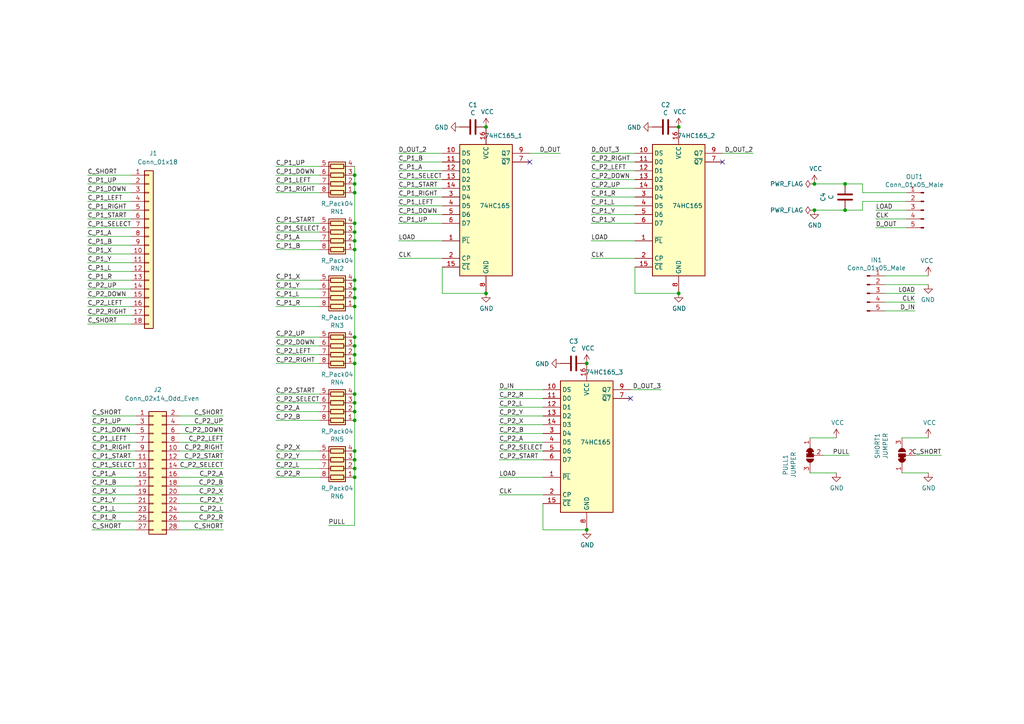
<source format=kicad_sch>
(kicad_sch (version 20211123) (generator eeschema)

  (uuid e63e39d7-6ac0-4ffd-8aa3-1841a4541b55)

  (paper "A4")

  (title_block
    (title "Joystick Input")
    (rev "2")
    (company "Amos Home")
  )

  (lib_symbols
    (symbol "74xx:74HC165" (in_bom yes) (on_board yes)
      (property "Reference" "U" (id 0) (at -7.62 19.05 0)
        (effects (font (size 1.27 1.27)))
      )
      (property "Value" "74HC165" (id 1) (at -7.62 -21.59 0)
        (effects (font (size 1.27 1.27)))
      )
      (property "Footprint" "" (id 2) (at 0 0 0)
        (effects (font (size 1.27 1.27)) hide)
      )
      (property "Datasheet" "https://assets.nexperia.com/documents/data-sheet/74HC_HCT165.pdf" (id 3) (at 0 0 0)
        (effects (font (size 1.27 1.27)) hide)
      )
      (property "ki_keywords" "8 bit shift register parallel load cmos" (id 4) (at 0 0 0)
        (effects (font (size 1.27 1.27)) hide)
      )
      (property "ki_description" "Shift Register, 8-bit, Parallel Load" (id 5) (at 0 0 0)
        (effects (font (size 1.27 1.27)) hide)
      )
      (property "ki_fp_filters" "DIP?16* SO*16*3.9x9.9mm*P1.27mm* SSOP*16*5.3x6.2mm*P0.65mm* TSSOP*16*4.4x5mm*P0.65*" (id 6) (at 0 0 0)
        (effects (font (size 1.27 1.27)) hide)
      )
      (symbol "74HC165_1_0"
        (pin input line (at -12.7 -10.16 0) (length 5.08)
          (name "~{PL}" (effects (font (size 1.27 1.27))))
          (number "1" (effects (font (size 1.27 1.27))))
        )
        (pin input line (at -12.7 15.24 0) (length 5.08)
          (name "DS" (effects (font (size 1.27 1.27))))
          (number "10" (effects (font (size 1.27 1.27))))
        )
        (pin input line (at -12.7 12.7 0) (length 5.08)
          (name "D0" (effects (font (size 1.27 1.27))))
          (number "11" (effects (font (size 1.27 1.27))))
        )
        (pin input line (at -12.7 10.16 0) (length 5.08)
          (name "D1" (effects (font (size 1.27 1.27))))
          (number "12" (effects (font (size 1.27 1.27))))
        )
        (pin input line (at -12.7 7.62 0) (length 5.08)
          (name "D2" (effects (font (size 1.27 1.27))))
          (number "13" (effects (font (size 1.27 1.27))))
        )
        (pin input line (at -12.7 5.08 0) (length 5.08)
          (name "D3" (effects (font (size 1.27 1.27))))
          (number "14" (effects (font (size 1.27 1.27))))
        )
        (pin input line (at -12.7 -17.78 0) (length 5.08)
          (name "~{CE}" (effects (font (size 1.27 1.27))))
          (number "15" (effects (font (size 1.27 1.27))))
        )
        (pin power_in line (at 0 22.86 270) (length 5.08)
          (name "VCC" (effects (font (size 1.27 1.27))))
          (number "16" (effects (font (size 1.27 1.27))))
        )
        (pin input line (at -12.7 -15.24 0) (length 5.08)
          (name "CP" (effects (font (size 1.27 1.27))))
          (number "2" (effects (font (size 1.27 1.27))))
        )
        (pin input line (at -12.7 2.54 0) (length 5.08)
          (name "D4" (effects (font (size 1.27 1.27))))
          (number "3" (effects (font (size 1.27 1.27))))
        )
        (pin input line (at -12.7 0 0) (length 5.08)
          (name "D5" (effects (font (size 1.27 1.27))))
          (number "4" (effects (font (size 1.27 1.27))))
        )
        (pin input line (at -12.7 -2.54 0) (length 5.08)
          (name "D6" (effects (font (size 1.27 1.27))))
          (number "5" (effects (font (size 1.27 1.27))))
        )
        (pin input line (at -12.7 -5.08 0) (length 5.08)
          (name "D7" (effects (font (size 1.27 1.27))))
          (number "6" (effects (font (size 1.27 1.27))))
        )
        (pin output line (at 12.7 12.7 180) (length 5.08)
          (name "~{Q7}" (effects (font (size 1.27 1.27))))
          (number "7" (effects (font (size 1.27 1.27))))
        )
        (pin power_in line (at 0 -25.4 90) (length 5.08)
          (name "GND" (effects (font (size 1.27 1.27))))
          (number "8" (effects (font (size 1.27 1.27))))
        )
        (pin output line (at 12.7 15.24 180) (length 5.08)
          (name "Q7" (effects (font (size 1.27 1.27))))
          (number "9" (effects (font (size 1.27 1.27))))
        )
      )
      (symbol "74HC165_1_1"
        (rectangle (start -7.62 17.78) (end 7.62 -20.32)
          (stroke (width 0.254) (type default) (color 0 0 0 0))
          (fill (type background))
        )
      )
    )
    (symbol "Connector:Conn_01x05_Male" (pin_names (offset 1.016) hide) (in_bom yes) (on_board yes)
      (property "Reference" "J" (id 0) (at 0 7.62 0)
        (effects (font (size 1.27 1.27)))
      )
      (property "Value" "Conn_01x05_Male" (id 1) (at 0 -7.62 0)
        (effects (font (size 1.27 1.27)))
      )
      (property "Footprint" "" (id 2) (at 0 0 0)
        (effects (font (size 1.27 1.27)) hide)
      )
      (property "Datasheet" "~" (id 3) (at 0 0 0)
        (effects (font (size 1.27 1.27)) hide)
      )
      (property "ki_keywords" "connector" (id 4) (at 0 0 0)
        (effects (font (size 1.27 1.27)) hide)
      )
      (property "ki_description" "Generic connector, single row, 01x05, script generated (kicad-library-utils/schlib/autogen/connector/)" (id 5) (at 0 0 0)
        (effects (font (size 1.27 1.27)) hide)
      )
      (property "ki_fp_filters" "Connector*:*_1x??_*" (id 6) (at 0 0 0)
        (effects (font (size 1.27 1.27)) hide)
      )
      (symbol "Conn_01x05_Male_1_1"
        (polyline
          (pts
            (xy 1.27 -5.08)
            (xy 0.8636 -5.08)
          )
          (stroke (width 0.1524) (type default) (color 0 0 0 0))
          (fill (type none))
        )
        (polyline
          (pts
            (xy 1.27 -2.54)
            (xy 0.8636 -2.54)
          )
          (stroke (width 0.1524) (type default) (color 0 0 0 0))
          (fill (type none))
        )
        (polyline
          (pts
            (xy 1.27 0)
            (xy 0.8636 0)
          )
          (stroke (width 0.1524) (type default) (color 0 0 0 0))
          (fill (type none))
        )
        (polyline
          (pts
            (xy 1.27 2.54)
            (xy 0.8636 2.54)
          )
          (stroke (width 0.1524) (type default) (color 0 0 0 0))
          (fill (type none))
        )
        (polyline
          (pts
            (xy 1.27 5.08)
            (xy 0.8636 5.08)
          )
          (stroke (width 0.1524) (type default) (color 0 0 0 0))
          (fill (type none))
        )
        (rectangle (start 0.8636 -4.953) (end 0 -5.207)
          (stroke (width 0.1524) (type default) (color 0 0 0 0))
          (fill (type outline))
        )
        (rectangle (start 0.8636 -2.413) (end 0 -2.667)
          (stroke (width 0.1524) (type default) (color 0 0 0 0))
          (fill (type outline))
        )
        (rectangle (start 0.8636 0.127) (end 0 -0.127)
          (stroke (width 0.1524) (type default) (color 0 0 0 0))
          (fill (type outline))
        )
        (rectangle (start 0.8636 2.667) (end 0 2.413)
          (stroke (width 0.1524) (type default) (color 0 0 0 0))
          (fill (type outline))
        )
        (rectangle (start 0.8636 5.207) (end 0 4.953)
          (stroke (width 0.1524) (type default) (color 0 0 0 0))
          (fill (type outline))
        )
        (pin passive line (at 5.08 5.08 180) (length 3.81)
          (name "Pin_1" (effects (font (size 1.27 1.27))))
          (number "1" (effects (font (size 1.27 1.27))))
        )
        (pin passive line (at 5.08 2.54 180) (length 3.81)
          (name "Pin_2" (effects (font (size 1.27 1.27))))
          (number "2" (effects (font (size 1.27 1.27))))
        )
        (pin passive line (at 5.08 0 180) (length 3.81)
          (name "Pin_3" (effects (font (size 1.27 1.27))))
          (number "3" (effects (font (size 1.27 1.27))))
        )
        (pin passive line (at 5.08 -2.54 180) (length 3.81)
          (name "Pin_4" (effects (font (size 1.27 1.27))))
          (number "4" (effects (font (size 1.27 1.27))))
        )
        (pin passive line (at 5.08 -5.08 180) (length 3.81)
          (name "Pin_5" (effects (font (size 1.27 1.27))))
          (number "5" (effects (font (size 1.27 1.27))))
        )
      )
    )
    (symbol "Connector_Generic:Conn_01x18" (pin_names (offset 1.016) hide) (in_bom yes) (on_board yes)
      (property "Reference" "J" (id 0) (at 0 22.86 0)
        (effects (font (size 1.27 1.27)))
      )
      (property "Value" "Conn_01x18" (id 1) (at 0 -25.4 0)
        (effects (font (size 1.27 1.27)))
      )
      (property "Footprint" "" (id 2) (at 0 0 0)
        (effects (font (size 1.27 1.27)) hide)
      )
      (property "Datasheet" "~" (id 3) (at 0 0 0)
        (effects (font (size 1.27 1.27)) hide)
      )
      (property "ki_keywords" "connector" (id 4) (at 0 0 0)
        (effects (font (size 1.27 1.27)) hide)
      )
      (property "ki_description" "Generic connector, single row, 01x18, script generated (kicad-library-utils/schlib/autogen/connector/)" (id 5) (at 0 0 0)
        (effects (font (size 1.27 1.27)) hide)
      )
      (property "ki_fp_filters" "Connector*:*_1x??_*" (id 6) (at 0 0 0)
        (effects (font (size 1.27 1.27)) hide)
      )
      (symbol "Conn_01x18_1_1"
        (rectangle (start -1.27 -22.733) (end 0 -22.987)
          (stroke (width 0.1524) (type default) (color 0 0 0 0))
          (fill (type none))
        )
        (rectangle (start -1.27 -20.193) (end 0 -20.447)
          (stroke (width 0.1524) (type default) (color 0 0 0 0))
          (fill (type none))
        )
        (rectangle (start -1.27 -17.653) (end 0 -17.907)
          (stroke (width 0.1524) (type default) (color 0 0 0 0))
          (fill (type none))
        )
        (rectangle (start -1.27 -15.113) (end 0 -15.367)
          (stroke (width 0.1524) (type default) (color 0 0 0 0))
          (fill (type none))
        )
        (rectangle (start -1.27 -12.573) (end 0 -12.827)
          (stroke (width 0.1524) (type default) (color 0 0 0 0))
          (fill (type none))
        )
        (rectangle (start -1.27 -10.033) (end 0 -10.287)
          (stroke (width 0.1524) (type default) (color 0 0 0 0))
          (fill (type none))
        )
        (rectangle (start -1.27 -7.493) (end 0 -7.747)
          (stroke (width 0.1524) (type default) (color 0 0 0 0))
          (fill (type none))
        )
        (rectangle (start -1.27 -4.953) (end 0 -5.207)
          (stroke (width 0.1524) (type default) (color 0 0 0 0))
          (fill (type none))
        )
        (rectangle (start -1.27 -2.413) (end 0 -2.667)
          (stroke (width 0.1524) (type default) (color 0 0 0 0))
          (fill (type none))
        )
        (rectangle (start -1.27 0.127) (end 0 -0.127)
          (stroke (width 0.1524) (type default) (color 0 0 0 0))
          (fill (type none))
        )
        (rectangle (start -1.27 2.667) (end 0 2.413)
          (stroke (width 0.1524) (type default) (color 0 0 0 0))
          (fill (type none))
        )
        (rectangle (start -1.27 5.207) (end 0 4.953)
          (stroke (width 0.1524) (type default) (color 0 0 0 0))
          (fill (type none))
        )
        (rectangle (start -1.27 7.747) (end 0 7.493)
          (stroke (width 0.1524) (type default) (color 0 0 0 0))
          (fill (type none))
        )
        (rectangle (start -1.27 10.287) (end 0 10.033)
          (stroke (width 0.1524) (type default) (color 0 0 0 0))
          (fill (type none))
        )
        (rectangle (start -1.27 12.827) (end 0 12.573)
          (stroke (width 0.1524) (type default) (color 0 0 0 0))
          (fill (type none))
        )
        (rectangle (start -1.27 15.367) (end 0 15.113)
          (stroke (width 0.1524) (type default) (color 0 0 0 0))
          (fill (type none))
        )
        (rectangle (start -1.27 17.907) (end 0 17.653)
          (stroke (width 0.1524) (type default) (color 0 0 0 0))
          (fill (type none))
        )
        (rectangle (start -1.27 20.447) (end 0 20.193)
          (stroke (width 0.1524) (type default) (color 0 0 0 0))
          (fill (type none))
        )
        (rectangle (start -1.27 21.59) (end 1.27 -24.13)
          (stroke (width 0.254) (type default) (color 0 0 0 0))
          (fill (type background))
        )
        (pin passive line (at -5.08 20.32 0) (length 3.81)
          (name "Pin_1" (effects (font (size 1.27 1.27))))
          (number "1" (effects (font (size 1.27 1.27))))
        )
        (pin passive line (at -5.08 -2.54 0) (length 3.81)
          (name "Pin_10" (effects (font (size 1.27 1.27))))
          (number "10" (effects (font (size 1.27 1.27))))
        )
        (pin passive line (at -5.08 -5.08 0) (length 3.81)
          (name "Pin_11" (effects (font (size 1.27 1.27))))
          (number "11" (effects (font (size 1.27 1.27))))
        )
        (pin passive line (at -5.08 -7.62 0) (length 3.81)
          (name "Pin_12" (effects (font (size 1.27 1.27))))
          (number "12" (effects (font (size 1.27 1.27))))
        )
        (pin passive line (at -5.08 -10.16 0) (length 3.81)
          (name "Pin_13" (effects (font (size 1.27 1.27))))
          (number "13" (effects (font (size 1.27 1.27))))
        )
        (pin passive line (at -5.08 -12.7 0) (length 3.81)
          (name "Pin_14" (effects (font (size 1.27 1.27))))
          (number "14" (effects (font (size 1.27 1.27))))
        )
        (pin passive line (at -5.08 -15.24 0) (length 3.81)
          (name "Pin_15" (effects (font (size 1.27 1.27))))
          (number "15" (effects (font (size 1.27 1.27))))
        )
        (pin passive line (at -5.08 -17.78 0) (length 3.81)
          (name "Pin_16" (effects (font (size 1.27 1.27))))
          (number "16" (effects (font (size 1.27 1.27))))
        )
        (pin passive line (at -5.08 -20.32 0) (length 3.81)
          (name "Pin_17" (effects (font (size 1.27 1.27))))
          (number "17" (effects (font (size 1.27 1.27))))
        )
        (pin passive line (at -5.08 -22.86 0) (length 3.81)
          (name "Pin_18" (effects (font (size 1.27 1.27))))
          (number "18" (effects (font (size 1.27 1.27))))
        )
        (pin passive line (at -5.08 17.78 0) (length 3.81)
          (name "Pin_2" (effects (font (size 1.27 1.27))))
          (number "2" (effects (font (size 1.27 1.27))))
        )
        (pin passive line (at -5.08 15.24 0) (length 3.81)
          (name "Pin_3" (effects (font (size 1.27 1.27))))
          (number "3" (effects (font (size 1.27 1.27))))
        )
        (pin passive line (at -5.08 12.7 0) (length 3.81)
          (name "Pin_4" (effects (font (size 1.27 1.27))))
          (number "4" (effects (font (size 1.27 1.27))))
        )
        (pin passive line (at -5.08 10.16 0) (length 3.81)
          (name "Pin_5" (effects (font (size 1.27 1.27))))
          (number "5" (effects (font (size 1.27 1.27))))
        )
        (pin passive line (at -5.08 7.62 0) (length 3.81)
          (name "Pin_6" (effects (font (size 1.27 1.27))))
          (number "6" (effects (font (size 1.27 1.27))))
        )
        (pin passive line (at -5.08 5.08 0) (length 3.81)
          (name "Pin_7" (effects (font (size 1.27 1.27))))
          (number "7" (effects (font (size 1.27 1.27))))
        )
        (pin passive line (at -5.08 2.54 0) (length 3.81)
          (name "Pin_8" (effects (font (size 1.27 1.27))))
          (number "8" (effects (font (size 1.27 1.27))))
        )
        (pin passive line (at -5.08 0 0) (length 3.81)
          (name "Pin_9" (effects (font (size 1.27 1.27))))
          (number "9" (effects (font (size 1.27 1.27))))
        )
      )
    )
    (symbol "Connector_Generic:Conn_02x14_Odd_Even" (pin_names (offset 1.016) hide) (in_bom yes) (on_board yes)
      (property "Reference" "J" (id 0) (at 1.27 17.78 0)
        (effects (font (size 1.27 1.27)))
      )
      (property "Value" "Conn_02x14_Odd_Even" (id 1) (at 1.27 -20.32 0)
        (effects (font (size 1.27 1.27)))
      )
      (property "Footprint" "" (id 2) (at 0 0 0)
        (effects (font (size 1.27 1.27)) hide)
      )
      (property "Datasheet" "~" (id 3) (at 0 0 0)
        (effects (font (size 1.27 1.27)) hide)
      )
      (property "ki_keywords" "connector" (id 4) (at 0 0 0)
        (effects (font (size 1.27 1.27)) hide)
      )
      (property "ki_description" "Generic connector, double row, 02x14, odd/even pin numbering scheme (row 1 odd numbers, row 2 even numbers), script generated (kicad-library-utils/schlib/autogen/connector/)" (id 5) (at 0 0 0)
        (effects (font (size 1.27 1.27)) hide)
      )
      (property "ki_fp_filters" "Connector*:*_2x??_*" (id 6) (at 0 0 0)
        (effects (font (size 1.27 1.27)) hide)
      )
      (symbol "Conn_02x14_Odd_Even_1_1"
        (rectangle (start -1.27 -17.653) (end 0 -17.907)
          (stroke (width 0.1524) (type default) (color 0 0 0 0))
          (fill (type none))
        )
        (rectangle (start -1.27 -15.113) (end 0 -15.367)
          (stroke (width 0.1524) (type default) (color 0 0 0 0))
          (fill (type none))
        )
        (rectangle (start -1.27 -12.573) (end 0 -12.827)
          (stroke (width 0.1524) (type default) (color 0 0 0 0))
          (fill (type none))
        )
        (rectangle (start -1.27 -10.033) (end 0 -10.287)
          (stroke (width 0.1524) (type default) (color 0 0 0 0))
          (fill (type none))
        )
        (rectangle (start -1.27 -7.493) (end 0 -7.747)
          (stroke (width 0.1524) (type default) (color 0 0 0 0))
          (fill (type none))
        )
        (rectangle (start -1.27 -4.953) (end 0 -5.207)
          (stroke (width 0.1524) (type default) (color 0 0 0 0))
          (fill (type none))
        )
        (rectangle (start -1.27 -2.413) (end 0 -2.667)
          (stroke (width 0.1524) (type default) (color 0 0 0 0))
          (fill (type none))
        )
        (rectangle (start -1.27 0.127) (end 0 -0.127)
          (stroke (width 0.1524) (type default) (color 0 0 0 0))
          (fill (type none))
        )
        (rectangle (start -1.27 2.667) (end 0 2.413)
          (stroke (width 0.1524) (type default) (color 0 0 0 0))
          (fill (type none))
        )
        (rectangle (start -1.27 5.207) (end 0 4.953)
          (stroke (width 0.1524) (type default) (color 0 0 0 0))
          (fill (type none))
        )
        (rectangle (start -1.27 7.747) (end 0 7.493)
          (stroke (width 0.1524) (type default) (color 0 0 0 0))
          (fill (type none))
        )
        (rectangle (start -1.27 10.287) (end 0 10.033)
          (stroke (width 0.1524) (type default) (color 0 0 0 0))
          (fill (type none))
        )
        (rectangle (start -1.27 12.827) (end 0 12.573)
          (stroke (width 0.1524) (type default) (color 0 0 0 0))
          (fill (type none))
        )
        (rectangle (start -1.27 15.367) (end 0 15.113)
          (stroke (width 0.1524) (type default) (color 0 0 0 0))
          (fill (type none))
        )
        (rectangle (start -1.27 16.51) (end 3.81 -19.05)
          (stroke (width 0.254) (type default) (color 0 0 0 0))
          (fill (type background))
        )
        (rectangle (start 3.81 -17.653) (end 2.54 -17.907)
          (stroke (width 0.1524) (type default) (color 0 0 0 0))
          (fill (type none))
        )
        (rectangle (start 3.81 -15.113) (end 2.54 -15.367)
          (stroke (width 0.1524) (type default) (color 0 0 0 0))
          (fill (type none))
        )
        (rectangle (start 3.81 -12.573) (end 2.54 -12.827)
          (stroke (width 0.1524) (type default) (color 0 0 0 0))
          (fill (type none))
        )
        (rectangle (start 3.81 -10.033) (end 2.54 -10.287)
          (stroke (width 0.1524) (type default) (color 0 0 0 0))
          (fill (type none))
        )
        (rectangle (start 3.81 -7.493) (end 2.54 -7.747)
          (stroke (width 0.1524) (type default) (color 0 0 0 0))
          (fill (type none))
        )
        (rectangle (start 3.81 -4.953) (end 2.54 -5.207)
          (stroke (width 0.1524) (type default) (color 0 0 0 0))
          (fill (type none))
        )
        (rectangle (start 3.81 -2.413) (end 2.54 -2.667)
          (stroke (width 0.1524) (type default) (color 0 0 0 0))
          (fill (type none))
        )
        (rectangle (start 3.81 0.127) (end 2.54 -0.127)
          (stroke (width 0.1524) (type default) (color 0 0 0 0))
          (fill (type none))
        )
        (rectangle (start 3.81 2.667) (end 2.54 2.413)
          (stroke (width 0.1524) (type default) (color 0 0 0 0))
          (fill (type none))
        )
        (rectangle (start 3.81 5.207) (end 2.54 4.953)
          (stroke (width 0.1524) (type default) (color 0 0 0 0))
          (fill (type none))
        )
        (rectangle (start 3.81 7.747) (end 2.54 7.493)
          (stroke (width 0.1524) (type default) (color 0 0 0 0))
          (fill (type none))
        )
        (rectangle (start 3.81 10.287) (end 2.54 10.033)
          (stroke (width 0.1524) (type default) (color 0 0 0 0))
          (fill (type none))
        )
        (rectangle (start 3.81 12.827) (end 2.54 12.573)
          (stroke (width 0.1524) (type default) (color 0 0 0 0))
          (fill (type none))
        )
        (rectangle (start 3.81 15.367) (end 2.54 15.113)
          (stroke (width 0.1524) (type default) (color 0 0 0 0))
          (fill (type none))
        )
        (pin passive line (at -5.08 15.24 0) (length 3.81)
          (name "Pin_1" (effects (font (size 1.27 1.27))))
          (number "1" (effects (font (size 1.27 1.27))))
        )
        (pin passive line (at 7.62 5.08 180) (length 3.81)
          (name "Pin_10" (effects (font (size 1.27 1.27))))
          (number "10" (effects (font (size 1.27 1.27))))
        )
        (pin passive line (at -5.08 2.54 0) (length 3.81)
          (name "Pin_11" (effects (font (size 1.27 1.27))))
          (number "11" (effects (font (size 1.27 1.27))))
        )
        (pin passive line (at 7.62 2.54 180) (length 3.81)
          (name "Pin_12" (effects (font (size 1.27 1.27))))
          (number "12" (effects (font (size 1.27 1.27))))
        )
        (pin passive line (at -5.08 0 0) (length 3.81)
          (name "Pin_13" (effects (font (size 1.27 1.27))))
          (number "13" (effects (font (size 1.27 1.27))))
        )
        (pin passive line (at 7.62 0 180) (length 3.81)
          (name "Pin_14" (effects (font (size 1.27 1.27))))
          (number "14" (effects (font (size 1.27 1.27))))
        )
        (pin passive line (at -5.08 -2.54 0) (length 3.81)
          (name "Pin_15" (effects (font (size 1.27 1.27))))
          (number "15" (effects (font (size 1.27 1.27))))
        )
        (pin passive line (at 7.62 -2.54 180) (length 3.81)
          (name "Pin_16" (effects (font (size 1.27 1.27))))
          (number "16" (effects (font (size 1.27 1.27))))
        )
        (pin passive line (at -5.08 -5.08 0) (length 3.81)
          (name "Pin_17" (effects (font (size 1.27 1.27))))
          (number "17" (effects (font (size 1.27 1.27))))
        )
        (pin passive line (at 7.62 -5.08 180) (length 3.81)
          (name "Pin_18" (effects (font (size 1.27 1.27))))
          (number "18" (effects (font (size 1.27 1.27))))
        )
        (pin passive line (at -5.08 -7.62 0) (length 3.81)
          (name "Pin_19" (effects (font (size 1.27 1.27))))
          (number "19" (effects (font (size 1.27 1.27))))
        )
        (pin passive line (at 7.62 15.24 180) (length 3.81)
          (name "Pin_2" (effects (font (size 1.27 1.27))))
          (number "2" (effects (font (size 1.27 1.27))))
        )
        (pin passive line (at 7.62 -7.62 180) (length 3.81)
          (name "Pin_20" (effects (font (size 1.27 1.27))))
          (number "20" (effects (font (size 1.27 1.27))))
        )
        (pin passive line (at -5.08 -10.16 0) (length 3.81)
          (name "Pin_21" (effects (font (size 1.27 1.27))))
          (number "21" (effects (font (size 1.27 1.27))))
        )
        (pin passive line (at 7.62 -10.16 180) (length 3.81)
          (name "Pin_22" (effects (font (size 1.27 1.27))))
          (number "22" (effects (font (size 1.27 1.27))))
        )
        (pin passive line (at -5.08 -12.7 0) (length 3.81)
          (name "Pin_23" (effects (font (size 1.27 1.27))))
          (number "23" (effects (font (size 1.27 1.27))))
        )
        (pin passive line (at 7.62 -12.7 180) (length 3.81)
          (name "Pin_24" (effects (font (size 1.27 1.27))))
          (number "24" (effects (font (size 1.27 1.27))))
        )
        (pin passive line (at -5.08 -15.24 0) (length 3.81)
          (name "Pin_25" (effects (font (size 1.27 1.27))))
          (number "25" (effects (font (size 1.27 1.27))))
        )
        (pin passive line (at 7.62 -15.24 180) (length 3.81)
          (name "Pin_26" (effects (font (size 1.27 1.27))))
          (number "26" (effects (font (size 1.27 1.27))))
        )
        (pin passive line (at -5.08 -17.78 0) (length 3.81)
          (name "Pin_27" (effects (font (size 1.27 1.27))))
          (number "27" (effects (font (size 1.27 1.27))))
        )
        (pin passive line (at 7.62 -17.78 180) (length 3.81)
          (name "Pin_28" (effects (font (size 1.27 1.27))))
          (number "28" (effects (font (size 1.27 1.27))))
        )
        (pin passive line (at -5.08 12.7 0) (length 3.81)
          (name "Pin_3" (effects (font (size 1.27 1.27))))
          (number "3" (effects (font (size 1.27 1.27))))
        )
        (pin passive line (at 7.62 12.7 180) (length 3.81)
          (name "Pin_4" (effects (font (size 1.27 1.27))))
          (number "4" (effects (font (size 1.27 1.27))))
        )
        (pin passive line (at -5.08 10.16 0) (length 3.81)
          (name "Pin_5" (effects (font (size 1.27 1.27))))
          (number "5" (effects (font (size 1.27 1.27))))
        )
        (pin passive line (at 7.62 10.16 180) (length 3.81)
          (name "Pin_6" (effects (font (size 1.27 1.27))))
          (number "6" (effects (font (size 1.27 1.27))))
        )
        (pin passive line (at -5.08 7.62 0) (length 3.81)
          (name "Pin_7" (effects (font (size 1.27 1.27))))
          (number "7" (effects (font (size 1.27 1.27))))
        )
        (pin passive line (at 7.62 7.62 180) (length 3.81)
          (name "Pin_8" (effects (font (size 1.27 1.27))))
          (number "8" (effects (font (size 1.27 1.27))))
        )
        (pin passive line (at -5.08 5.08 0) (length 3.81)
          (name "Pin_9" (effects (font (size 1.27 1.27))))
          (number "9" (effects (font (size 1.27 1.27))))
        )
      )
    )
    (symbol "Device:C" (pin_numbers hide) (pin_names (offset 0.254)) (in_bom yes) (on_board yes)
      (property "Reference" "C" (id 0) (at 0.635 2.54 0)
        (effects (font (size 1.27 1.27)) (justify left))
      )
      (property "Value" "C" (id 1) (at 0.635 -2.54 0)
        (effects (font (size 1.27 1.27)) (justify left))
      )
      (property "Footprint" "" (id 2) (at 0.9652 -3.81 0)
        (effects (font (size 1.27 1.27)) hide)
      )
      (property "Datasheet" "~" (id 3) (at 0 0 0)
        (effects (font (size 1.27 1.27)) hide)
      )
      (property "ki_keywords" "cap capacitor" (id 4) (at 0 0 0)
        (effects (font (size 1.27 1.27)) hide)
      )
      (property "ki_description" "Unpolarized capacitor" (id 5) (at 0 0 0)
        (effects (font (size 1.27 1.27)) hide)
      )
      (property "ki_fp_filters" "C_*" (id 6) (at 0 0 0)
        (effects (font (size 1.27 1.27)) hide)
      )
      (symbol "C_0_1"
        (polyline
          (pts
            (xy -2.032 -0.762)
            (xy 2.032 -0.762)
          )
          (stroke (width 0.508) (type default) (color 0 0 0 0))
          (fill (type none))
        )
        (polyline
          (pts
            (xy -2.032 0.762)
            (xy 2.032 0.762)
          )
          (stroke (width 0.508) (type default) (color 0 0 0 0))
          (fill (type none))
        )
      )
      (symbol "C_1_1"
        (pin passive line (at 0 3.81 270) (length 2.794)
          (name "~" (effects (font (size 1.27 1.27))))
          (number "1" (effects (font (size 1.27 1.27))))
        )
        (pin passive line (at 0 -3.81 90) (length 2.794)
          (name "~" (effects (font (size 1.27 1.27))))
          (number "2" (effects (font (size 1.27 1.27))))
        )
      )
    )
    (symbol "Device:R_Pack04" (pin_names (offset 0) hide) (in_bom yes) (on_board yes)
      (property "Reference" "RN" (id 0) (at -7.62 0 90)
        (effects (font (size 1.27 1.27)))
      )
      (property "Value" "R_Pack04" (id 1) (at 5.08 0 90)
        (effects (font (size 1.27 1.27)))
      )
      (property "Footprint" "" (id 2) (at 6.985 0 90)
        (effects (font (size 1.27 1.27)) hide)
      )
      (property "Datasheet" "~" (id 3) (at 0 0 0)
        (effects (font (size 1.27 1.27)) hide)
      )
      (property "ki_keywords" "R network parallel topology isolated" (id 4) (at 0 0 0)
        (effects (font (size 1.27 1.27)) hide)
      )
      (property "ki_description" "4 resistor network, parallel topology" (id 5) (at 0 0 0)
        (effects (font (size 1.27 1.27)) hide)
      )
      (property "ki_fp_filters" "DIP* SOIC* R*Array*Concave* R*Array*Convex*" (id 6) (at 0 0 0)
        (effects (font (size 1.27 1.27)) hide)
      )
      (symbol "R_Pack04_0_1"
        (rectangle (start -6.35 -2.413) (end 3.81 2.413)
          (stroke (width 0.254) (type default) (color 0 0 0 0))
          (fill (type background))
        )
        (rectangle (start -5.715 1.905) (end -4.445 -1.905)
          (stroke (width 0.254) (type default) (color 0 0 0 0))
          (fill (type none))
        )
        (rectangle (start -3.175 1.905) (end -1.905 -1.905)
          (stroke (width 0.254) (type default) (color 0 0 0 0))
          (fill (type none))
        )
        (rectangle (start -0.635 1.905) (end 0.635 -1.905)
          (stroke (width 0.254) (type default) (color 0 0 0 0))
          (fill (type none))
        )
        (polyline
          (pts
            (xy -5.08 -2.54)
            (xy -5.08 -1.905)
          )
          (stroke (width 0) (type default) (color 0 0 0 0))
          (fill (type none))
        )
        (polyline
          (pts
            (xy -5.08 1.905)
            (xy -5.08 2.54)
          )
          (stroke (width 0) (type default) (color 0 0 0 0))
          (fill (type none))
        )
        (polyline
          (pts
            (xy -2.54 -2.54)
            (xy -2.54 -1.905)
          )
          (stroke (width 0) (type default) (color 0 0 0 0))
          (fill (type none))
        )
        (polyline
          (pts
            (xy -2.54 1.905)
            (xy -2.54 2.54)
          )
          (stroke (width 0) (type default) (color 0 0 0 0))
          (fill (type none))
        )
        (polyline
          (pts
            (xy 0 -2.54)
            (xy 0 -1.905)
          )
          (stroke (width 0) (type default) (color 0 0 0 0))
          (fill (type none))
        )
        (polyline
          (pts
            (xy 0 1.905)
            (xy 0 2.54)
          )
          (stroke (width 0) (type default) (color 0 0 0 0))
          (fill (type none))
        )
        (polyline
          (pts
            (xy 2.54 -2.54)
            (xy 2.54 -1.905)
          )
          (stroke (width 0) (type default) (color 0 0 0 0))
          (fill (type none))
        )
        (polyline
          (pts
            (xy 2.54 1.905)
            (xy 2.54 2.54)
          )
          (stroke (width 0) (type default) (color 0 0 0 0))
          (fill (type none))
        )
        (rectangle (start 1.905 1.905) (end 3.175 -1.905)
          (stroke (width 0.254) (type default) (color 0 0 0 0))
          (fill (type none))
        )
      )
      (symbol "R_Pack04_1_1"
        (pin passive line (at -5.08 -5.08 90) (length 2.54)
          (name "R1.1" (effects (font (size 1.27 1.27))))
          (number "1" (effects (font (size 1.27 1.27))))
        )
        (pin passive line (at -2.54 -5.08 90) (length 2.54)
          (name "R2.1" (effects (font (size 1.27 1.27))))
          (number "2" (effects (font (size 1.27 1.27))))
        )
        (pin passive line (at 0 -5.08 90) (length 2.54)
          (name "R3.1" (effects (font (size 1.27 1.27))))
          (number "3" (effects (font (size 1.27 1.27))))
        )
        (pin passive line (at 2.54 -5.08 90) (length 2.54)
          (name "R4.1" (effects (font (size 1.27 1.27))))
          (number "4" (effects (font (size 1.27 1.27))))
        )
        (pin passive line (at 2.54 5.08 270) (length 2.54)
          (name "R4.2" (effects (font (size 1.27 1.27))))
          (number "5" (effects (font (size 1.27 1.27))))
        )
        (pin passive line (at 0 5.08 270) (length 2.54)
          (name "R3.2" (effects (font (size 1.27 1.27))))
          (number "6" (effects (font (size 1.27 1.27))))
        )
        (pin passive line (at -2.54 5.08 270) (length 2.54)
          (name "R2.2" (effects (font (size 1.27 1.27))))
          (number "7" (effects (font (size 1.27 1.27))))
        )
        (pin passive line (at -5.08 5.08 270) (length 2.54)
          (name "R1.2" (effects (font (size 1.27 1.27))))
          (number "8" (effects (font (size 1.27 1.27))))
        )
      )
    )
    (symbol "Jumper:SolderJumper_3_Bridged12" (pin_names (offset 0) hide) (in_bom yes) (on_board yes)
      (property "Reference" "JP" (id 0) (at -2.54 -2.54 0)
        (effects (font (size 1.27 1.27)))
      )
      (property "Value" "SolderJumper_3_Bridged12" (id 1) (at 0 2.794 0)
        (effects (font (size 1.27 1.27)))
      )
      (property "Footprint" "" (id 2) (at 0 0 0)
        (effects (font (size 1.27 1.27)) hide)
      )
      (property "Datasheet" "~" (id 3) (at 0 0 0)
        (effects (font (size 1.27 1.27)) hide)
      )
      (property "ki_keywords" "Solder Jumper SPDT" (id 4) (at 0 0 0)
        (effects (font (size 1.27 1.27)) hide)
      )
      (property "ki_description" "3-pole Solder Jumper, pins 1+2 closed/bridged" (id 5) (at 0 0 0)
        (effects (font (size 1.27 1.27)) hide)
      )
      (property "ki_fp_filters" "SolderJumper*Bridged12*" (id 6) (at 0 0 0)
        (effects (font (size 1.27 1.27)) hide)
      )
      (symbol "SolderJumper_3_Bridged12_0_1"
        (rectangle (start -1.016 0.508) (end -0.508 -0.508)
          (stroke (width 0) (type default) (color 0 0 0 0))
          (fill (type outline))
        )
        (arc (start -1.016 1.016) (mid -2.032 0) (end -1.016 -1.016)
          (stroke (width 0) (type default) (color 0 0 0 0))
          (fill (type none))
        )
        (arc (start -1.016 1.016) (mid -2.032 0) (end -1.016 -1.016)
          (stroke (width 0) (type default) (color 0 0 0 0))
          (fill (type outline))
        )
        (rectangle (start -0.508 1.016) (end 0.508 -1.016)
          (stroke (width 0) (type default) (color 0 0 0 0))
          (fill (type outline))
        )
        (polyline
          (pts
            (xy -2.54 0)
            (xy -2.032 0)
          )
          (stroke (width 0) (type default) (color 0 0 0 0))
          (fill (type none))
        )
        (polyline
          (pts
            (xy -1.016 1.016)
            (xy -1.016 -1.016)
          )
          (stroke (width 0) (type default) (color 0 0 0 0))
          (fill (type none))
        )
        (polyline
          (pts
            (xy 0 -1.27)
            (xy 0 -1.016)
          )
          (stroke (width 0) (type default) (color 0 0 0 0))
          (fill (type none))
        )
        (polyline
          (pts
            (xy 1.016 1.016)
            (xy 1.016 -1.016)
          )
          (stroke (width 0) (type default) (color 0 0 0 0))
          (fill (type none))
        )
        (polyline
          (pts
            (xy 2.54 0)
            (xy 2.032 0)
          )
          (stroke (width 0) (type default) (color 0 0 0 0))
          (fill (type none))
        )
        (arc (start 1.016 -1.016) (mid 2.032 0) (end 1.016 1.016)
          (stroke (width 0) (type default) (color 0 0 0 0))
          (fill (type none))
        )
        (arc (start 1.016 -1.016) (mid 2.032 0) (end 1.016 1.016)
          (stroke (width 0) (type default) (color 0 0 0 0))
          (fill (type outline))
        )
      )
      (symbol "SolderJumper_3_Bridged12_1_1"
        (pin passive line (at -5.08 0 0) (length 2.54)
          (name "A" (effects (font (size 1.27 1.27))))
          (number "1" (effects (font (size 1.27 1.27))))
        )
        (pin passive line (at 0 -3.81 90) (length 2.54)
          (name "C" (effects (font (size 1.27 1.27))))
          (number "2" (effects (font (size 1.27 1.27))))
        )
        (pin passive line (at 5.08 0 180) (length 2.54)
          (name "B" (effects (font (size 1.27 1.27))))
          (number "3" (effects (font (size 1.27 1.27))))
        )
      )
    )
    (symbol "power:GND" (power) (pin_names (offset 0)) (in_bom yes) (on_board yes)
      (property "Reference" "#PWR" (id 0) (at 0 -6.35 0)
        (effects (font (size 1.27 1.27)) hide)
      )
      (property "Value" "GND" (id 1) (at 0 -3.81 0)
        (effects (font (size 1.27 1.27)))
      )
      (property "Footprint" "" (id 2) (at 0 0 0)
        (effects (font (size 1.27 1.27)) hide)
      )
      (property "Datasheet" "" (id 3) (at 0 0 0)
        (effects (font (size 1.27 1.27)) hide)
      )
      (property "ki_keywords" "power-flag" (id 4) (at 0 0 0)
        (effects (font (size 1.27 1.27)) hide)
      )
      (property "ki_description" "Power symbol creates a global label with name \"GND\" , ground" (id 5) (at 0 0 0)
        (effects (font (size 1.27 1.27)) hide)
      )
      (symbol "GND_0_1"
        (polyline
          (pts
            (xy 0 0)
            (xy 0 -1.27)
            (xy 1.27 -1.27)
            (xy 0 -2.54)
            (xy -1.27 -1.27)
            (xy 0 -1.27)
          )
          (stroke (width 0) (type default) (color 0 0 0 0))
          (fill (type none))
        )
      )
      (symbol "GND_1_1"
        (pin power_in line (at 0 0 270) (length 0) hide
          (name "GND" (effects (font (size 1.27 1.27))))
          (number "1" (effects (font (size 1.27 1.27))))
        )
      )
    )
    (symbol "power:PWR_FLAG" (power) (pin_numbers hide) (pin_names (offset 0) hide) (in_bom yes) (on_board yes)
      (property "Reference" "#FLG" (id 0) (at 0 1.905 0)
        (effects (font (size 1.27 1.27)) hide)
      )
      (property "Value" "PWR_FLAG" (id 1) (at 0 3.81 0)
        (effects (font (size 1.27 1.27)))
      )
      (property "Footprint" "" (id 2) (at 0 0 0)
        (effects (font (size 1.27 1.27)) hide)
      )
      (property "Datasheet" "~" (id 3) (at 0 0 0)
        (effects (font (size 1.27 1.27)) hide)
      )
      (property "ki_keywords" "power-flag" (id 4) (at 0 0 0)
        (effects (font (size 1.27 1.27)) hide)
      )
      (property "ki_description" "Special symbol for telling ERC where power comes from" (id 5) (at 0 0 0)
        (effects (font (size 1.27 1.27)) hide)
      )
      (symbol "PWR_FLAG_0_0"
        (pin power_out line (at 0 0 90) (length 0)
          (name "pwr" (effects (font (size 1.27 1.27))))
          (number "1" (effects (font (size 1.27 1.27))))
        )
      )
      (symbol "PWR_FLAG_0_1"
        (polyline
          (pts
            (xy 0 0)
            (xy 0 1.27)
            (xy -1.016 1.905)
            (xy 0 2.54)
            (xy 1.016 1.905)
            (xy 0 1.27)
          )
          (stroke (width 0) (type default) (color 0 0 0 0))
          (fill (type none))
        )
      )
    )
    (symbol "power:VCC" (power) (pin_names (offset 0)) (in_bom yes) (on_board yes)
      (property "Reference" "#PWR" (id 0) (at 0 -3.81 0)
        (effects (font (size 1.27 1.27)) hide)
      )
      (property "Value" "VCC" (id 1) (at 0 3.81 0)
        (effects (font (size 1.27 1.27)))
      )
      (property "Footprint" "" (id 2) (at 0 0 0)
        (effects (font (size 1.27 1.27)) hide)
      )
      (property "Datasheet" "" (id 3) (at 0 0 0)
        (effects (font (size 1.27 1.27)) hide)
      )
      (property "ki_keywords" "power-flag" (id 4) (at 0 0 0)
        (effects (font (size 1.27 1.27)) hide)
      )
      (property "ki_description" "Power symbol creates a global label with name \"VCC\"" (id 5) (at 0 0 0)
        (effects (font (size 1.27 1.27)) hide)
      )
      (symbol "VCC_0_1"
        (polyline
          (pts
            (xy -0.762 1.27)
            (xy 0 2.54)
          )
          (stroke (width 0) (type default) (color 0 0 0 0))
          (fill (type none))
        )
        (polyline
          (pts
            (xy 0 0)
            (xy 0 2.54)
          )
          (stroke (width 0) (type default) (color 0 0 0 0))
          (fill (type none))
        )
        (polyline
          (pts
            (xy 0 2.54)
            (xy 0.762 1.27)
          )
          (stroke (width 0) (type default) (color 0 0 0 0))
          (fill (type none))
        )
      )
      (symbol "VCC_1_1"
        (pin power_in line (at 0 0 90) (length 0) hide
          (name "VCC" (effects (font (size 1.27 1.27))))
          (number "1" (effects (font (size 1.27 1.27))))
        )
      )
    )
  )

  (junction (at 102.87 130.81) (diameter 0) (color 0 0 0 0)
    (uuid 0325ec43-0390-4ae2-b055-b1ec6ce17b1c)
  )
  (junction (at 102.87 81.28) (diameter 0) (color 0 0 0 0)
    (uuid 0351df45-d042-41d4-ba35-88092c7be2fc)
  )
  (junction (at 245.11 53.34) (diameter 0) (color 0 0 0 0)
    (uuid 0e19773a-7c06-4420-887f-d4c599be7171)
  )
  (junction (at 102.87 114.3) (diameter 0) (color 0 0 0 0)
    (uuid 0e1ed1c5-7428-4dc7-b76e-49b2d5f8177d)
  )
  (junction (at 102.87 64.77) (diameter 0) (color 0 0 0 0)
    (uuid 275aa44a-b61f-489f-9e2a-819a0fe0d1eb)
  )
  (junction (at 245.11 60.96) (diameter 0) (color 0 0 0 0)
    (uuid 2b8a47ba-53b0-4eb8-8125-f95e1829c87a)
  )
  (junction (at 102.87 69.85) (diameter 0) (color 0 0 0 0)
    (uuid 37e8181c-a81e-498b-b2e2-0aef0c391059)
  )
  (junction (at 102.87 86.36) (diameter 0) (color 0 0 0 0)
    (uuid 40165eda-4ba6-4565-9bb4-b9df6dbb08da)
  )
  (junction (at 102.87 119.38) (diameter 0) (color 0 0 0 0)
    (uuid 5114c7bf-b955-49f3-a0a8-4b954c81bde0)
  )
  (junction (at 102.87 97.79) (diameter 0) (color 0 0 0 0)
    (uuid 5bcace5d-edd0-4e19-92d0-835e43cf8eb2)
  )
  (junction (at 170.18 153.67) (diameter 0) (color 0 0 0 0)
    (uuid 5fc27c35-3e1c-4f96-817c-93b5570858a6)
  )
  (junction (at 236.22 53.34) (diameter 0) (color 0 0 0 0)
    (uuid 67859feb-bc87-40ef-a923-3da86d116486)
  )
  (junction (at 102.87 121.92) (diameter 0) (color 0 0 0 0)
    (uuid 6c2d26bc-6eca-436c-8025-79f817bf57d6)
  )
  (junction (at 102.87 102.87) (diameter 0) (color 0 0 0 0)
    (uuid 6ec113ca-7d27-4b14-a180-1e5e2fd1c167)
  )
  (junction (at 102.87 133.35) (diameter 0) (color 0 0 0 0)
    (uuid 721d1be9-236e-470b-ba69-f1cc6c43faf9)
  )
  (junction (at 236.22 60.96) (diameter 0) (color 0 0 0 0)
    (uuid 86199d17-3abe-49f3-9be3-bd3591e219aa)
  )
  (junction (at 102.87 138.43) (diameter 0) (color 0 0 0 0)
    (uuid 89e83c2e-e90a-4a50-b278-880bac0cfb49)
  )
  (junction (at 102.87 72.39) (diameter 0) (color 0 0 0 0)
    (uuid 8d9a3ecc-539f-41da-8099-d37cea9c28e7)
  )
  (junction (at 170.18 105.41) (diameter 0) (color 0 0 0 0)
    (uuid 8da933a9-35f8-42e6-8504-d1bab7264306)
  )
  (junction (at 102.87 88.9) (diameter 0) (color 0 0 0 0)
    (uuid 8e06ba1f-e3ba-4eb9-a10e-887dffd566d6)
  )
  (junction (at 102.87 135.89) (diameter 0) (color 0 0 0 0)
    (uuid a5e521b9-814e-4853-a5ac-f158785c6269)
  )
  (junction (at 102.87 83.82) (diameter 0) (color 0 0 0 0)
    (uuid aa2ea573-3f20-43c1-aa99-1f9c6031a9aa)
  )
  (junction (at 102.87 67.31) (diameter 0) (color 0 0 0 0)
    (uuid b447dbb1-d38e-4a15-93cb-12c25382ea53)
  )
  (junction (at 102.87 100.33) (diameter 0) (color 0 0 0 0)
    (uuid bd065eaf-e495-4837-bdb3-129934de1fc7)
  )
  (junction (at 102.87 50.8) (diameter 0) (color 0 0 0 0)
    (uuid bd9595a1-04f3-4fda-8f1b-e65ad874edd3)
  )
  (junction (at 102.87 53.34) (diameter 0) (color 0 0 0 0)
    (uuid be645d0f-8568-47a0-a152-e3ddd33563eb)
  )
  (junction (at 196.85 36.83) (diameter 0) (color 0 0 0 0)
    (uuid c01d25cd-f4bb-4ef3-b5ea-533a2a4ddb2b)
  )
  (junction (at 140.97 85.09) (diameter 0) (color 0 0 0 0)
    (uuid c201e1b2-fc01-4110-bdaa-a33290468c83)
  )
  (junction (at 140.97 36.83) (diameter 0) (color 0 0 0 0)
    (uuid cbd8faed-e1f8-4406-87c8-58b2c504a5d4)
  )
  (junction (at 102.87 55.88) (diameter 0) (color 0 0 0 0)
    (uuid d5b800ca-1ab6-4b66-b5f7-2dda5658b504)
  )
  (junction (at 196.85 85.09) (diameter 0) (color 0 0 0 0)
    (uuid dabe541b-b164-4180-97a4-5ca761b86800)
  )
  (junction (at 102.87 105.41) (diameter 0) (color 0 0 0 0)
    (uuid e43dbe34-ed17-4e35-a5c7-2f1679b3c415)
  )
  (junction (at 102.87 116.84) (diameter 0) (color 0 0 0 0)
    (uuid f202141e-c20d-4cac-b016-06a44f2ecce8)
  )

  (no_connect (at 209.55 46.99) (uuid 128e34ce-eee7-477d-b905-a493e98db783))
  (no_connect (at 182.88 115.57) (uuid 716e31c5-485f-40b5-88e3-a75900da9811))
  (no_connect (at 153.67 46.99) (uuid c801d42e-dd94-493e-bd2f-6c3ddad43f55))

  (wire (pts (xy 171.45 54.61) (xy 184.15 54.61))
    (stroke (width 0) (type default) (color 0 0 0 0))
    (uuid 0147f16a-c952-4891-8f53-a9fb8cddeb8d)
  )
  (wire (pts (xy 38.1 73.66) (xy 25.4 73.66))
    (stroke (width 0) (type default) (color 0 0 0 0))
    (uuid 01e9b6e7-adf9-4ee7-9447-a588630ee4a2)
  )
  (wire (pts (xy 52.07 151.13) (xy 64.77 151.13))
    (stroke (width 0) (type default) (color 0 0 0 0))
    (uuid 03caada9-9e22-4e2d-9035-b15433dfbb17)
  )
  (wire (pts (xy 38.1 86.36) (xy 25.4 86.36))
    (stroke (width 0) (type default) (color 0 0 0 0))
    (uuid 0755aee5-bc01-4cb5-b830-583289df50a3)
  )
  (wire (pts (xy 92.71 102.87) (xy 80.01 102.87))
    (stroke (width 0) (type default) (color 0 0 0 0))
    (uuid 097edb1b-8998-4e70-b670-bba125982348)
  )
  (wire (pts (xy 92.71 86.36) (xy 80.01 86.36))
    (stroke (width 0) (type default) (color 0 0 0 0))
    (uuid 099096e4-8c2a-4d84-a16f-06b4b6330e7a)
  )
  (wire (pts (xy 38.1 66.04) (xy 25.4 66.04))
    (stroke (width 0) (type default) (color 0 0 0 0))
    (uuid 0c3dceba-7c95-4b3d-b590-0eb581444beb)
  )
  (wire (pts (xy 26.67 151.13) (xy 39.37 151.13))
    (stroke (width 0) (type default) (color 0 0 0 0))
    (uuid 0ce8d3ab-2662-4158-8a2a-18b782908fc5)
  )
  (wire (pts (xy 171.45 62.23) (xy 184.15 62.23))
    (stroke (width 0) (type default) (color 0 0 0 0))
    (uuid 0d0bb7b2-a6e5-46d2-9492-a1aa6e5a7b2f)
  )
  (wire (pts (xy 26.67 146.05) (xy 39.37 146.05))
    (stroke (width 0) (type default) (color 0 0 0 0))
    (uuid 0e8f7fc0-2ef2-4b90-9c15-8a3a601ee459)
  )
  (wire (pts (xy 144.78 125.73) (xy 157.48 125.73))
    (stroke (width 0) (type default) (color 0 0 0 0))
    (uuid 0eaa98f0-9565-4637-ace3-42a5231b07f7)
  )
  (wire (pts (xy 261.62 137.16) (xy 269.24 137.16))
    (stroke (width 0) (type default) (color 0 0 0 0))
    (uuid 0f41a909-27c4-4be2-9d5e-9ae2108c8ff5)
  )
  (wire (pts (xy 92.71 53.34) (xy 80.01 53.34))
    (stroke (width 0) (type default) (color 0 0 0 0))
    (uuid 101ef598-601d-400e-9ef6-d655fbb1dbfa)
  )
  (wire (pts (xy 115.57 52.07) (xy 128.27 52.07))
    (stroke (width 0) (type default) (color 0 0 0 0))
    (uuid 120a7b0f-ddfd-4447-85c1-35665465acdb)
  )
  (wire (pts (xy 102.87 86.36) (xy 102.87 88.9))
    (stroke (width 0) (type default) (color 0 0 0 0))
    (uuid 12422a89-3d0c-485c-9386-f77121fd68fd)
  )
  (wire (pts (xy 115.57 44.45) (xy 128.27 44.45))
    (stroke (width 0) (type default) (color 0 0 0 0))
    (uuid 13475e15-f37c-4de8-857e-1722b0c39513)
  )
  (wire (pts (xy 250.19 55.88) (xy 262.89 55.88))
    (stroke (width 0) (type default) (color 0 0 0 0))
    (uuid 13abf99d-5265-4779-8973-e94370fd18ff)
  )
  (wire (pts (xy 171.45 74.93) (xy 184.15 74.93))
    (stroke (width 0) (type default) (color 0 0 0 0))
    (uuid 15875808-74d5-4210-b8ca-aa8fbc04ae21)
  )
  (wire (pts (xy 144.78 128.27) (xy 157.48 128.27))
    (stroke (width 0) (type default) (color 0 0 0 0))
    (uuid 181abe7a-f941-42b6-bd46-aaa3131f90fb)
  )
  (wire (pts (xy 102.87 116.84) (xy 102.87 119.38))
    (stroke (width 0) (type default) (color 0 0 0 0))
    (uuid 182b2d54-931d-49d6-9f39-60a752623e36)
  )
  (wire (pts (xy 144.78 143.51) (xy 157.48 143.51))
    (stroke (width 0) (type default) (color 0 0 0 0))
    (uuid 1831fb37-1c5d-42c4-b898-151be6fca9dc)
  )
  (wire (pts (xy 102.87 152.4) (xy 95.25 152.4))
    (stroke (width 0) (type default) (color 0 0 0 0))
    (uuid 1a1ab354-5f85-45f9-938c-9f6c4c8c3ea2)
  )
  (wire (pts (xy 245.11 60.96) (xy 250.19 60.96))
    (stroke (width 0) (type default) (color 0 0 0 0))
    (uuid 1ce97b07-a889-44b1-8b87-3b6835afd9d8)
  )
  (wire (pts (xy 250.19 55.88) (xy 250.19 53.34))
    (stroke (width 0) (type default) (color 0 0 0 0))
    (uuid 1d5851e8-9bfc-4296-8b91-6c8051c1470e)
  )
  (wire (pts (xy 52.07 123.19) (xy 64.77 123.19))
    (stroke (width 0) (type default) (color 0 0 0 0))
    (uuid 1e8701fc-ad24-40ea-846a-e3db538d6077)
  )
  (wire (pts (xy 39.37 120.65) (xy 26.67 120.65))
    (stroke (width 0) (type default) (color 0 0 0 0))
    (uuid 1f3003e6-dce5-420f-906b-3f1e92b67249)
  )
  (wire (pts (xy 92.71 116.84) (xy 80.01 116.84))
    (stroke (width 0) (type default) (color 0 0 0 0))
    (uuid 20c315f4-1e4f-49aa-8d61-778a7389df7e)
  )
  (wire (pts (xy 262.89 63.5) (xy 254 63.5))
    (stroke (width 0) (type default) (color 0 0 0 0))
    (uuid 23bb2798-d93a-4696-a962-c305c4298a0c)
  )
  (wire (pts (xy 182.88 113.03) (xy 191.77 113.03))
    (stroke (width 0) (type default) (color 0 0 0 0))
    (uuid 240c10af-51b5-420e-a6f4-a2c8f5db1db5)
  )
  (wire (pts (xy 102.87 81.28) (xy 102.87 83.82))
    (stroke (width 0) (type default) (color 0 0 0 0))
    (uuid 240e5dac-6242-47a5-bbef-f76d11c715c0)
  )
  (wire (pts (xy 39.37 153.67) (xy 26.67 153.67))
    (stroke (width 0) (type default) (color 0 0 0 0))
    (uuid 25d545dc-8f50-4573-922c-35ef5a2a3a19)
  )
  (wire (pts (xy 102.87 135.89) (xy 102.87 138.43))
    (stroke (width 0) (type default) (color 0 0 0 0))
    (uuid 262f1ea9-0133-4b43-be36-456207ea857c)
  )
  (wire (pts (xy 115.57 46.99) (xy 128.27 46.99))
    (stroke (width 0) (type default) (color 0 0 0 0))
    (uuid 2732632c-4768-42b6-bf7f-14643424019e)
  )
  (wire (pts (xy 26.67 125.73) (xy 39.37 125.73))
    (stroke (width 0) (type default) (color 0 0 0 0))
    (uuid 27d56953-c620-4d5b-9c1c-e48bc3d9684a)
  )
  (wire (pts (xy 52.07 120.65) (xy 64.77 120.65))
    (stroke (width 0) (type default) (color 0 0 0 0))
    (uuid 29195ea4-8218-44a1-b4bf-466bee0082e4)
  )
  (wire (pts (xy 26.67 135.89) (xy 39.37 135.89))
    (stroke (width 0) (type default) (color 0 0 0 0))
    (uuid 29e058a7-50a3-43e5-81c3-bfee53da08be)
  )
  (wire (pts (xy 102.87 119.38) (xy 102.87 121.92))
    (stroke (width 0) (type default) (color 0 0 0 0))
    (uuid 2dc272bd-3aa2-45b5-889d-1d3c8aac80f8)
  )
  (wire (pts (xy 102.87 50.8) (xy 102.87 53.34))
    (stroke (width 0) (type default) (color 0 0 0 0))
    (uuid 309b3bff-19c8-41ec-a84d-63399c649f46)
  )
  (wire (pts (xy 92.71 83.82) (xy 80.01 83.82))
    (stroke (width 0) (type default) (color 0 0 0 0))
    (uuid 34a74736-156e-4bf3-9200-cd137cfa59da)
  )
  (wire (pts (xy 26.67 143.51) (xy 39.37 143.51))
    (stroke (width 0) (type default) (color 0 0 0 0))
    (uuid 382ca670-6ae8-4de6-90f9-f241d1337171)
  )
  (wire (pts (xy 92.71 69.85) (xy 80.01 69.85))
    (stroke (width 0) (type default) (color 0 0 0 0))
    (uuid 3a52f112-cb97-43db-aaeb-20afe27664d7)
  )
  (wire (pts (xy 269.24 82.55) (xy 256.54 82.55))
    (stroke (width 0) (type default) (color 0 0 0 0))
    (uuid 3f5fe6b7-98fc-4d3e-9567-f9f7202d1455)
  )
  (wire (pts (xy 26.67 133.35) (xy 39.37 133.35))
    (stroke (width 0) (type default) (color 0 0 0 0))
    (uuid 3fd54105-4b7e-4004-9801-76ec66108a22)
  )
  (wire (pts (xy 52.07 133.35) (xy 64.77 133.35))
    (stroke (width 0) (type default) (color 0 0 0 0))
    (uuid 40976bf0-19de-460f-ad64-224d4f51e16b)
  )
  (wire (pts (xy 128.27 85.09) (xy 128.27 77.47))
    (stroke (width 0) (type default) (color 0 0 0 0))
    (uuid 417f13e4-c121-485a-a6b5-8b55e70350b8)
  )
  (wire (pts (xy 92.71 105.41) (xy 80.01 105.41))
    (stroke (width 0) (type default) (color 0 0 0 0))
    (uuid 477311b9-8f81-40c8-9c55-fd87e287247a)
  )
  (wire (pts (xy 234.95 137.16) (xy 242.57 137.16))
    (stroke (width 0) (type default) (color 0 0 0 0))
    (uuid 483f60da-14d7-4f88-8d01-3f9f30784c70)
  )
  (wire (pts (xy 144.78 113.03) (xy 157.48 113.03))
    (stroke (width 0) (type default) (color 0 0 0 0))
    (uuid 48ab88d7-7084-4d02-b109-3ad55a30bb11)
  )
  (wire (pts (xy 115.57 57.15) (xy 128.27 57.15))
    (stroke (width 0) (type default) (color 0 0 0 0))
    (uuid 48f827a8-6e22-4a2e-abdc-c2a03098d883)
  )
  (wire (pts (xy 38.1 83.82) (xy 25.4 83.82))
    (stroke (width 0) (type default) (color 0 0 0 0))
    (uuid 4a21e717-d46d-4d9e-8b98-af4ecb02d3ec)
  )
  (wire (pts (xy 171.45 46.99) (xy 184.15 46.99))
    (stroke (width 0) (type default) (color 0 0 0 0))
    (uuid 4e3d7c0d-12e3-42f2-b944-e4bcdbbcac2a)
  )
  (wire (pts (xy 38.1 88.9) (xy 25.4 88.9))
    (stroke (width 0) (type default) (color 0 0 0 0))
    (uuid 4fb21471-41be-4be8-9687-66030f97befc)
  )
  (wire (pts (xy 153.67 44.45) (xy 162.56 44.45))
    (stroke (width 0) (type default) (color 0 0 0 0))
    (uuid 503dbd88-3e6b-48cc-a2ea-a6e28b52a1f7)
  )
  (wire (pts (xy 102.87 130.81) (xy 102.87 133.35))
    (stroke (width 0) (type default) (color 0 0 0 0))
    (uuid 576c6616-e95d-4f1e-8ead-dea30fcdc8c2)
  )
  (wire (pts (xy 102.87 102.87) (xy 102.87 105.41))
    (stroke (width 0) (type default) (color 0 0 0 0))
    (uuid 57c0c267-8bf9-4cc7-b734-d71a239ac313)
  )
  (wire (pts (xy 209.55 44.45) (xy 218.44 44.45))
    (stroke (width 0) (type default) (color 0 0 0 0))
    (uuid 592f25e6-a01b-47fd-8172-3da01117d00a)
  )
  (wire (pts (xy 115.57 74.93) (xy 128.27 74.93))
    (stroke (width 0) (type default) (color 0 0 0 0))
    (uuid 5b2b5c7d-f943-4634-9f0a-e9561705c49d)
  )
  (wire (pts (xy 92.71 48.26) (xy 80.01 48.26))
    (stroke (width 0) (type default) (color 0 0 0 0))
    (uuid 5b34a16c-5a14-4291-8242-ea6d6ac54372)
  )
  (wire (pts (xy 102.87 88.9) (xy 102.87 97.79))
    (stroke (width 0) (type default) (color 0 0 0 0))
    (uuid 5ca4be1c-537e-4a4a-b344-d0c8ffde8546)
  )
  (wire (pts (xy 269.24 80.01) (xy 256.54 80.01))
    (stroke (width 0) (type default) (color 0 0 0 0))
    (uuid 5cbb5968-dbb5-4b84-864a-ead1cacf75b9)
  )
  (wire (pts (xy 26.67 138.43) (xy 39.37 138.43))
    (stroke (width 0) (type default) (color 0 0 0 0))
    (uuid 5cf2db29-f7ab-499a-9907-cdeba64bf0f3)
  )
  (wire (pts (xy 38.1 81.28) (xy 25.4 81.28))
    (stroke (width 0) (type default) (color 0 0 0 0))
    (uuid 60dcd1fe-7079-4cb8-b509-04558ccf5097)
  )
  (wire (pts (xy 52.07 146.05) (xy 64.77 146.05))
    (stroke (width 0) (type default) (color 0 0 0 0))
    (uuid 639c0e59-e95c-4114-bccd-2e7277505454)
  )
  (wire (pts (xy 236.22 60.96) (xy 245.11 60.96))
    (stroke (width 0) (type default) (color 0 0 0 0))
    (uuid 642f0977-21bb-45db-9ea2-6e71ffd7f566)
  )
  (wire (pts (xy 92.71 72.39) (xy 80.01 72.39))
    (stroke (width 0) (type default) (color 0 0 0 0))
    (uuid 644ae9fc-3c8e-4089-866e-a12bf371c3e9)
  )
  (wire (pts (xy 92.71 64.77) (xy 80.01 64.77))
    (stroke (width 0) (type default) (color 0 0 0 0))
    (uuid 65134029-dbd2-409a-85a8-13c2a33ff019)
  )
  (wire (pts (xy 38.1 60.96) (xy 25.4 60.96))
    (stroke (width 0) (type default) (color 0 0 0 0))
    (uuid 6595b9c7-02ee-4647-bde5-6b566e35163e)
  )
  (wire (pts (xy 102.87 69.85) (xy 102.87 72.39))
    (stroke (width 0) (type default) (color 0 0 0 0))
    (uuid 676efd2f-1c48-4786-9e4b-2444f1e8f6ff)
  )
  (wire (pts (xy 92.71 97.79) (xy 80.01 97.79))
    (stroke (width 0) (type default) (color 0 0 0 0))
    (uuid 67763d19-f622-4e1e-81e5-5b24da7c3f99)
  )
  (wire (pts (xy 92.71 50.8) (xy 80.01 50.8))
    (stroke (width 0) (type default) (color 0 0 0 0))
    (uuid 6781326c-6e0d-4753-8f28-0f5c687e01f9)
  )
  (wire (pts (xy 171.45 52.07) (xy 184.15 52.07))
    (stroke (width 0) (type default) (color 0 0 0 0))
    (uuid 6a44418c-7bb4-4e99-8836-57f153c19721)
  )
  (wire (pts (xy 256.54 87.63) (xy 265.43 87.63))
    (stroke (width 0) (type default) (color 0 0 0 0))
    (uuid 6a955fc7-39d9-4c75-9a69-676ca8c0b9b2)
  )
  (wire (pts (xy 196.85 85.09) (xy 184.15 85.09))
    (stroke (width 0) (type default) (color 0 0 0 0))
    (uuid 6b25f522-8e2d-4cd8-9d5d-a2b80f60133b)
  )
  (wire (pts (xy 102.87 64.77) (xy 102.87 67.31))
    (stroke (width 0) (type default) (color 0 0 0 0))
    (uuid 6c67e4f6-9d04-4539-b356-b76e915ce848)
  )
  (wire (pts (xy 157.48 146.05) (xy 157.48 153.67))
    (stroke (width 0) (type default) (color 0 0 0 0))
    (uuid 6c9b793c-e74d-4754-a2c0-901e73b26f1c)
  )
  (wire (pts (xy 262.89 66.04) (xy 254 66.04))
    (stroke (width 0) (type default) (color 0 0 0 0))
    (uuid 6e105729-aba0-497c-a99e-c32d2b3ddb6d)
  )
  (wire (pts (xy 26.67 130.81) (xy 39.37 130.81))
    (stroke (width 0) (type default) (color 0 0 0 0))
    (uuid 6fd4442e-30b3-428b-9306-61418a63d311)
  )
  (wire (pts (xy 144.78 123.19) (xy 157.48 123.19))
    (stroke (width 0) (type default) (color 0 0 0 0))
    (uuid 704d6d51-bb34-4cbf-83d8-841e208048d8)
  )
  (wire (pts (xy 38.1 91.44) (xy 25.4 91.44))
    (stroke (width 0) (type default) (color 0 0 0 0))
    (uuid 70e15522-1572-4451-9c0d-6d36ac70d8c6)
  )
  (wire (pts (xy 38.1 68.58) (xy 25.4 68.58))
    (stroke (width 0) (type default) (color 0 0 0 0))
    (uuid 730b670c-9bcf-4dcd-9a8d-fcaa61fb0955)
  )
  (wire (pts (xy 38.1 50.8) (xy 25.4 50.8))
    (stroke (width 0) (type default) (color 0 0 0 0))
    (uuid 7599133e-c681-4202-85d9-c20dac196c64)
  )
  (wire (pts (xy 38.1 58.42) (xy 25.4 58.42))
    (stroke (width 0) (type default) (color 0 0 0 0))
    (uuid 770ad51a-7219-4633-b24a-bd20feb0a6c5)
  )
  (wire (pts (xy 38.1 53.34) (xy 25.4 53.34))
    (stroke (width 0) (type default) (color 0 0 0 0))
    (uuid 789ca812-3e0c-4a3f-97bc-a916dd9bce80)
  )
  (wire (pts (xy 102.87 121.92) (xy 102.87 130.81))
    (stroke (width 0) (type default) (color 0 0 0 0))
    (uuid 7b044939-8c4d-444f-b9e0-a15fcdeb5a86)
  )
  (wire (pts (xy 102.87 97.79) (xy 102.87 100.33))
    (stroke (width 0) (type default) (color 0 0 0 0))
    (uuid 7cee474b-af8f-4832-b07a-c43c1ab0b464)
  )
  (wire (pts (xy 38.1 71.12) (xy 25.4 71.12))
    (stroke (width 0) (type default) (color 0 0 0 0))
    (uuid 7d928d56-093a-4ca8-aed1-414b7e703b45)
  )
  (wire (pts (xy 92.71 67.31) (xy 80.01 67.31))
    (stroke (width 0) (type default) (color 0 0 0 0))
    (uuid 8087f566-a94d-4bbc-985b-e49ee7762296)
  )
  (wire (pts (xy 92.71 133.35) (xy 80.01 133.35))
    (stroke (width 0) (type default) (color 0 0 0 0))
    (uuid 814763c2-92e5-4a2c-941c-9bbd073f6e87)
  )
  (wire (pts (xy 144.78 120.65) (xy 157.48 120.65))
    (stroke (width 0) (type default) (color 0 0 0 0))
    (uuid 8174b4de-74b1-48db-ab8e-c8432251095b)
  )
  (wire (pts (xy 171.45 69.85) (xy 184.15 69.85))
    (stroke (width 0) (type default) (color 0 0 0 0))
    (uuid 81bbc3ff-3938-49ac-8297-ce2bcc9a42bd)
  )
  (wire (pts (xy 92.71 130.81) (xy 80.01 130.81))
    (stroke (width 0) (type default) (color 0 0 0 0))
    (uuid 82be7aae-5d06-4178-8c3e-98760c41b054)
  )
  (wire (pts (xy 102.87 100.33) (xy 102.87 102.87))
    (stroke (width 0) (type default) (color 0 0 0 0))
    (uuid 853ee787-6e2c-4f32-bc75-6c17337dd3d5)
  )
  (wire (pts (xy 115.57 49.53) (xy 128.27 49.53))
    (stroke (width 0) (type default) (color 0 0 0 0))
    (uuid 854dd5d4-5fd2-4730-bd49-a9cd8299a065)
  )
  (wire (pts (xy 38.1 78.74) (xy 25.4 78.74))
    (stroke (width 0) (type default) (color 0 0 0 0))
    (uuid 85b7594c-358f-454b-b2ad-dd0b1d67ed76)
  )
  (wire (pts (xy 102.87 48.26) (xy 102.87 50.8))
    (stroke (width 0) (type default) (color 0 0 0 0))
    (uuid 8c0807a7-765b-4fa5-baaa-e09a2b610e6b)
  )
  (wire (pts (xy 52.07 130.81) (xy 64.77 130.81))
    (stroke (width 0) (type default) (color 0 0 0 0))
    (uuid 8c514922-ffe1-4e37-a260-e807409f2e0d)
  )
  (wire (pts (xy 52.07 148.59) (xy 64.77 148.59))
    (stroke (width 0) (type default) (color 0 0 0 0))
    (uuid 8ca3e20d-bcc7-4c5e-9deb-562dfed9fecb)
  )
  (wire (pts (xy 26.67 128.27) (xy 39.37 128.27))
    (stroke (width 0) (type default) (color 0 0 0 0))
    (uuid 8d0c1d66-35ef-4a53-a28f-436a11b54f42)
  )
  (wire (pts (xy 115.57 54.61) (xy 128.27 54.61))
    (stroke (width 0) (type default) (color 0 0 0 0))
    (uuid 8d55e186-3e11-40e8-a65e-b36a8a00069e)
  )
  (wire (pts (xy 26.67 123.19) (xy 39.37 123.19))
    (stroke (width 0) (type default) (color 0 0 0 0))
    (uuid 9193c41e-d425-447d-b95c-6986d66ea01c)
  )
  (wire (pts (xy 238.76 132.08) (xy 246.38 132.08))
    (stroke (width 0) (type default) (color 0 0 0 0))
    (uuid 922058ca-d09a-45fd-8394-05f3e2c1e03a)
  )
  (wire (pts (xy 144.78 138.43) (xy 157.48 138.43))
    (stroke (width 0) (type default) (color 0 0 0 0))
    (uuid 9340c285-5767-42d5-8b6d-63fe2a40ddf3)
  )
  (wire (pts (xy 102.87 138.43) (xy 102.87 152.4))
    (stroke (width 0) (type default) (color 0 0 0 0))
    (uuid 935f462d-8b1e-4005-9f1e-17f537ab1756)
  )
  (wire (pts (xy 256.54 90.17) (xy 265.43 90.17))
    (stroke (width 0) (type default) (color 0 0 0 0))
    (uuid 94c158d1-8503-4553-b511-bf42f506c2a8)
  )
  (wire (pts (xy 92.71 100.33) (xy 80.01 100.33))
    (stroke (width 0) (type default) (color 0 0 0 0))
    (uuid 994b6220-4755-4d84-91b3-6122ac1c2c5e)
  )
  (wire (pts (xy 115.57 64.77) (xy 128.27 64.77))
    (stroke (width 0) (type default) (color 0 0 0 0))
    (uuid 9c8ccb2a-b1e9-4f2c-94fe-301b5975277e)
  )
  (wire (pts (xy 262.89 60.96) (xy 254 60.96))
    (stroke (width 0) (type default) (color 0 0 0 0))
    (uuid 9ccf03e8-755a-4cd9-96fc-30e1d08fa253)
  )
  (wire (pts (xy 140.97 85.09) (xy 128.27 85.09))
    (stroke (width 0) (type default) (color 0 0 0 0))
    (uuid 9dab0cb7-2557-4419-963b-5ae736517f62)
  )
  (wire (pts (xy 115.57 69.85) (xy 128.27 69.85))
    (stroke (width 0) (type default) (color 0 0 0 0))
    (uuid a03e565f-d8cd-4032-aae3-b7327d4143dd)
  )
  (wire (pts (xy 52.07 140.97) (xy 64.77 140.97))
    (stroke (width 0) (type default) (color 0 0 0 0))
    (uuid a15a7506-eae4-4933-84da-9ad754258706)
  )
  (wire (pts (xy 102.87 114.3) (xy 102.87 116.84))
    (stroke (width 0) (type default) (color 0 0 0 0))
    (uuid a17904b9-135e-4dae-ae20-401c7787de72)
  )
  (wire (pts (xy 38.1 76.2) (xy 25.4 76.2))
    (stroke (width 0) (type default) (color 0 0 0 0))
    (uuid a5cd8da1-8f7f-4f80-bb23-0317de562222)
  )
  (wire (pts (xy 250.19 58.42) (xy 262.89 58.42))
    (stroke (width 0) (type default) (color 0 0 0 0))
    (uuid a7520ad3-0f8b-4788-92d4-8ffb277041e6)
  )
  (wire (pts (xy 92.71 55.88) (xy 80.01 55.88))
    (stroke (width 0) (type default) (color 0 0 0 0))
    (uuid a8447faf-e0a0-4c4a-ae53-4d4b28669151)
  )
  (wire (pts (xy 92.71 119.38) (xy 80.01 119.38))
    (stroke (width 0) (type default) (color 0 0 0 0))
    (uuid a9b3f6e4-7a6d-4ae8-ad28-3d8458e0ca1a)
  )
  (wire (pts (xy 171.45 49.53) (xy 184.15 49.53))
    (stroke (width 0) (type default) (color 0 0 0 0))
    (uuid aa02e544-13f5-4cf8-a5f4-3e6cda006090)
  )
  (wire (pts (xy 245.11 53.34) (xy 250.19 53.34))
    (stroke (width 0) (type default) (color 0 0 0 0))
    (uuid ae4b09e3-6502-4f4e-a59d-c4c57af5b5fa)
  )
  (wire (pts (xy 26.67 148.59) (xy 39.37 148.59))
    (stroke (width 0) (type default) (color 0 0 0 0))
    (uuid b0906e10-2fbc-4309-a8b4-6fc4cd1a5490)
  )
  (wire (pts (xy 171.45 64.77) (xy 184.15 64.77))
    (stroke (width 0) (type default) (color 0 0 0 0))
    (uuid b1169a2d-8998-4b50-a48d-c520bcc1b8e1)
  )
  (wire (pts (xy 38.1 63.5) (xy 25.4 63.5))
    (stroke (width 0) (type default) (color 0 0 0 0))
    (uuid b1c649b1-f44d-46c7-9dea-818e75a1b87e)
  )
  (wire (pts (xy 250.19 58.42) (xy 250.19 60.96))
    (stroke (width 0) (type default) (color 0 0 0 0))
    (uuid b6d3d3cc-1e56-423c-9b22-68d841d5cd4e)
  )
  (wire (pts (xy 92.71 138.43) (xy 80.01 138.43))
    (stroke (width 0) (type default) (color 0 0 0 0))
    (uuid c094494a-f6f7-43fc-a007-4951484ddf3a)
  )
  (wire (pts (xy 261.62 127) (xy 269.24 127))
    (stroke (width 0) (type default) (color 0 0 0 0))
    (uuid c19dbe3c-ced0-48f7-a91d-777569cfb936)
  )
  (wire (pts (xy 102.87 133.35) (xy 102.87 135.89))
    (stroke (width 0) (type default) (color 0 0 0 0))
    (uuid c1c799a0-3c93-493a-9ad7-8a0561bc69ee)
  )
  (wire (pts (xy 52.07 128.27) (xy 64.77 128.27))
    (stroke (width 0) (type default) (color 0 0 0 0))
    (uuid c25a772d-af9c-4ebc-96f6-0966738c13a8)
  )
  (wire (pts (xy 265.43 132.08) (xy 273.05 132.08))
    (stroke (width 0) (type default) (color 0 0 0 0))
    (uuid c264c438-a475-4ad4-9915-0f1e6ecf3053)
  )
  (wire (pts (xy 144.78 133.35) (xy 157.48 133.35))
    (stroke (width 0) (type default) (color 0 0 0 0))
    (uuid c41b3c8b-634e-435a-b582-96b83bbd4032)
  )
  (wire (pts (xy 171.45 44.45) (xy 184.15 44.45))
    (stroke (width 0) (type default) (color 0 0 0 0))
    (uuid c70d9ef3-bfeb-47e0-a1e1-9aeba3da7864)
  )
  (wire (pts (xy 52.07 138.43) (xy 64.77 138.43))
    (stroke (width 0) (type default) (color 0 0 0 0))
    (uuid c8c79177-94d4-43e2-a654-f0a5554fbb68)
  )
  (wire (pts (xy 102.87 55.88) (xy 102.87 64.77))
    (stroke (width 0) (type default) (color 0 0 0 0))
    (uuid c9667181-b3c7-4b01-b8b4-baa29a9aea63)
  )
  (wire (pts (xy 92.71 88.9) (xy 80.01 88.9))
    (stroke (width 0) (type default) (color 0 0 0 0))
    (uuid ca5a4651-0d1d-441b-b17d-01518ef3b656)
  )
  (wire (pts (xy 102.87 83.82) (xy 102.87 86.36))
    (stroke (width 0) (type default) (color 0 0 0 0))
    (uuid cb24efdd-07c6-4317-9277-131625b065ac)
  )
  (wire (pts (xy 38.1 93.98) (xy 25.4 93.98))
    (stroke (width 0) (type default) (color 0 0 0 0))
    (uuid cdfb07af-801b-44ba-8c30-d021a6ad3039)
  )
  (wire (pts (xy 144.78 130.81) (xy 157.48 130.81))
    (stroke (width 0) (type default) (color 0 0 0 0))
    (uuid ce83728b-bebd-48c2-8734-b6a50d837931)
  )
  (wire (pts (xy 115.57 62.23) (xy 128.27 62.23))
    (stroke (width 0) (type default) (color 0 0 0 0))
    (uuid cef6f603-8a0b-4dd0-af99-ebfbef7d1b4b)
  )
  (wire (pts (xy 102.87 67.31) (xy 102.87 69.85))
    (stroke (width 0) (type default) (color 0 0 0 0))
    (uuid cfa5c16e-7859-460d-a0b8-cea7d7ea629c)
  )
  (wire (pts (xy 52.07 153.67) (xy 64.77 153.67))
    (stroke (width 0) (type default) (color 0 0 0 0))
    (uuid d0fb0864-e79b-4bdc-8e8e-eed0cabe6d56)
  )
  (wire (pts (xy 171.45 57.15) (xy 184.15 57.15))
    (stroke (width 0) (type default) (color 0 0 0 0))
    (uuid d1262c4d-2245-4c4f-8f35-7bb32cd9e21e)
  )
  (wire (pts (xy 171.45 59.69) (xy 184.15 59.69))
    (stroke (width 0) (type default) (color 0 0 0 0))
    (uuid d22e95aa-f3db-4fbc-a331-048a2523233e)
  )
  (wire (pts (xy 52.07 143.51) (xy 64.77 143.51))
    (stroke (width 0) (type default) (color 0 0 0 0))
    (uuid d3c11c8f-a73d-4211-934b-a6da255728ad)
  )
  (wire (pts (xy 52.07 125.73) (xy 64.77 125.73))
    (stroke (width 0) (type default) (color 0 0 0 0))
    (uuid d5641ac9-9be7-46bf-90b3-6c83d852b5ba)
  )
  (wire (pts (xy 92.71 114.3) (xy 80.01 114.3))
    (stroke (width 0) (type default) (color 0 0 0 0))
    (uuid d6fb27cf-362d-4568-967c-a5bf49d5931b)
  )
  (wire (pts (xy 92.71 121.92) (xy 80.01 121.92))
    (stroke (width 0) (type default) (color 0 0 0 0))
    (uuid d9c6d5d2-0b49-49ba-a970-cd2c32f74c54)
  )
  (wire (pts (xy 38.1 55.88) (xy 25.4 55.88))
    (stroke (width 0) (type default) (color 0 0 0 0))
    (uuid db36f6e3-e72a-487f-bda9-88cc84536f62)
  )
  (wire (pts (xy 184.15 77.47) (xy 184.15 85.09))
    (stroke (width 0) (type default) (color 0 0 0 0))
    (uuid e12e827e-36be-4503-8eef-6fc7e8bc5d49)
  )
  (wire (pts (xy 52.07 135.89) (xy 64.77 135.89))
    (stroke (width 0) (type default) (color 0 0 0 0))
    (uuid e21aa84b-970e-47cf-b64f-3b55ee0e1b51)
  )
  (wire (pts (xy 92.71 135.89) (xy 80.01 135.89))
    (stroke (width 0) (type default) (color 0 0 0 0))
    (uuid e40e8cef-4fb0-4fc3-be09-3875b2cc8469)
  )
  (wire (pts (xy 102.87 72.39) (xy 102.87 81.28))
    (stroke (width 0) (type default) (color 0 0 0 0))
    (uuid e472dac4-5b65-4920-b8b2-6065d140a69d)
  )
  (wire (pts (xy 236.22 53.34) (xy 245.11 53.34))
    (stroke (width 0) (type default) (color 0 0 0 0))
    (uuid e47f9d9c-cf27-4f24-b25a-02866cf0da4b)
  )
  (wire (pts (xy 115.57 59.69) (xy 128.27 59.69))
    (stroke (width 0) (type default) (color 0 0 0 0))
    (uuid e877bf4a-4210-4bd3-b7b0-806eb4affc5b)
  )
  (wire (pts (xy 102.87 53.34) (xy 102.87 55.88))
    (stroke (width 0) (type default) (color 0 0 0 0))
    (uuid ebd06df3-d52b-4cff-99a2-a771df6d3733)
  )
  (wire (pts (xy 92.71 81.28) (xy 80.01 81.28))
    (stroke (width 0) (type default) (color 0 0 0 0))
    (uuid ee41cb8e-512d-41d2-81e1-3c50fff32aeb)
  )
  (wire (pts (xy 170.18 153.67) (xy 157.48 153.67))
    (stroke (width 0) (type default) (color 0 0 0 0))
    (uuid efeac2a2-7682-4dc7-83ee-f6f1b23da506)
  )
  (wire (pts (xy 256.54 85.09) (xy 265.43 85.09))
    (stroke (width 0) (type default) (color 0 0 0 0))
    (uuid f1830a1b-f0cc-47ae-a2c9-679c82032f14)
  )
  (wire (pts (xy 234.95 127) (xy 242.57 127))
    (stroke (width 0) (type default) (color 0 0 0 0))
    (uuid f1dd8642-b405-490b-a449-d1cc5797fda8)
  )
  (wire (pts (xy 102.87 105.41) (xy 102.87 114.3))
    (stroke (width 0) (type default) (color 0 0 0 0))
    (uuid f40d350f-0d3e-4f8a-b004-d950f2f8f1ba)
  )
  (wire (pts (xy 144.78 115.57) (xy 157.48 115.57))
    (stroke (width 0) (type default) (color 0 0 0 0))
    (uuid f71da641-16e6-4257-80c3-0b9d804fee4f)
  )
  (wire (pts (xy 144.78 118.11) (xy 157.48 118.11))
    (stroke (width 0) (type default) (color 0 0 0 0))
    (uuid fd470e95-4861-44fe-b1e4-6d8a7c66e144)
  )
  (wire (pts (xy 26.67 140.97) (xy 39.37 140.97))
    (stroke (width 0) (type default) (color 0 0 0 0))
    (uuid feb26ecb-9193-46ea-a41b-d09305bf0a3e)
  )

  (label "LOAD" (at 115.57 69.85 0)
    (effects (font (size 1.27 1.27)) (justify left bottom))
    (uuid 0088d107-13d8-496c-8da6-7bbeb9d096b0)
  )
  (label "C_SHORT" (at 64.77 120.65 180)
    (effects (font (size 1.27 1.27)) (justify right bottom))
    (uuid 03c52831-5dc5-43c5-a442-8d23643b46fb)
  )
  (label "C_P1_X" (at 171.45 64.77 0)
    (effects (font (size 1.27 1.27)) (justify left bottom))
    (uuid 04f5865e-f449-4408-a0c8-771cccfcb129)
  )
  (label "C_P2_UP" (at 64.77 123.19 180)
    (effects (font (size 1.27 1.27)) (justify right bottom))
    (uuid 0ff508fd-18da-4ab7-9844-3c8a28c2587e)
  )
  (label "D_IN" (at 144.78 113.03 0)
    (effects (font (size 1.27 1.27)) (justify left bottom))
    (uuid 127679a9-3981-4934-815e-896a4e3ff56e)
  )
  (label "C_P2_RIGHT" (at 64.77 130.81 180)
    (effects (font (size 1.27 1.27)) (justify right bottom))
    (uuid 13c0ff76-ed71-4cd9-abb0-92c376825d5d)
  )
  (label "C_P2_Y" (at 80.01 133.35 0)
    (effects (font (size 1.27 1.27)) (justify left bottom))
    (uuid 14c51520-6d91-4098-a59a-5121f2a898f7)
  )
  (label "C_P2_SELECT" (at 80.01 116.84 0)
    (effects (font (size 1.27 1.27)) (justify left bottom))
    (uuid 15fe8f3d-6077-4e0e-81d0-8ec3f4538981)
  )
  (label "C_P1_DOWN" (at 25.4 55.88 0)
    (effects (font (size 1.27 1.27)) (justify left bottom))
    (uuid 16a9ae8c-3ad2-439b-8efe-377c994670c7)
  )
  (label "C_P1_Y" (at 25.4 76.2 0)
    (effects (font (size 1.27 1.27)) (justify left bottom))
    (uuid 16bd6381-8ac0-4bf2-9dce-ecc20c724b8d)
  )
  (label "C_P1_B" (at 80.01 72.39 0)
    (effects (font (size 1.27 1.27)) (justify left bottom))
    (uuid 1e518c2a-4cb7-4599-a1fa-5b9f847da7d3)
  )
  (label "C_P2_UP" (at 171.45 54.61 0)
    (effects (font (size 1.27 1.27)) (justify left bottom))
    (uuid 213a2af1-412b-47f4-ab3b-c5f43b6be7a6)
  )
  (label "C_P1_LEFT" (at 115.57 59.69 0)
    (effects (font (size 1.27 1.27)) (justify left bottom))
    (uuid 29256b3d-9450-4c0a-a4d4-911f04b9c140)
  )
  (label "C_P1_Y" (at 26.67 146.05 0)
    (effects (font (size 1.27 1.27)) (justify left bottom))
    (uuid 29e78086-2175-405e-9ba3-c48766d2f50c)
  )
  (label "C_SHORT" (at 273.05 132.08 180)
    (effects (font (size 1.27 1.27)) (justify right bottom))
    (uuid 2bf3f24b-fd30-41a7-a274-9b519491916b)
  )
  (label "C_P1_START" (at 26.67 133.35 0)
    (effects (font (size 1.27 1.27)) (justify left bottom))
    (uuid 2d210a96-f81f-42a9-8bf4-1b43c11086f3)
  )
  (label "C_P1_SELECT" (at 115.57 52.07 0)
    (effects (font (size 1.27 1.27)) (justify left bottom))
    (uuid 2d6718e7-f18d-444d-9792-ddf1a113460c)
  )
  (label "C_P2_L" (at 80.01 135.89 0)
    (effects (font (size 1.27 1.27)) (justify left bottom))
    (uuid 2d67a417-188f-4014-9282-000265d80009)
  )
  (label "D_OUT_3" (at 171.45 44.45 0)
    (effects (font (size 1.27 1.27)) (justify left bottom))
    (uuid 3172f2e2-18d2-4a80-ae30-5707b3409798)
  )
  (label "D_OUT_2" (at 218.44 44.45 180)
    (effects (font (size 1.27 1.27)) (justify right bottom))
    (uuid 35354519-a28c-40c4-befd-0943e98dea53)
  )
  (label "C_P2_B" (at 80.01 121.92 0)
    (effects (font (size 1.27 1.27)) (justify left bottom))
    (uuid 35a9f71f-ba35-47f6-814e-4106ac36c51e)
  )
  (label "C_P2_DOWN" (at 64.77 125.73 180)
    (effects (font (size 1.27 1.27)) (justify right bottom))
    (uuid 378af8b4-af3d-46e7-89ae-deff12ca9067)
  )
  (label "C_P1_DOWN" (at 115.57 62.23 0)
    (effects (font (size 1.27 1.27)) (justify left bottom))
    (uuid 37e4dc66-4492-4061-908d-7213940a2ec3)
  )
  (label "D_OUT_2" (at 115.57 44.45 0)
    (effects (font (size 1.27 1.27)) (justify left bottom))
    (uuid 38f2d955-ea7a-4a21-aba6-02ae23f1bd4a)
  )
  (label "C_P2_L" (at 144.78 118.11 0)
    (effects (font (size 1.27 1.27)) (justify left bottom))
    (uuid 3b838d52-596d-4e4d-a6ac-e4c8e7621137)
  )
  (label "C_P1_A" (at 80.01 69.85 0)
    (effects (font (size 1.27 1.27)) (justify left bottom))
    (uuid 41acfe41-fac7-432a-a7a3-946566e2d504)
  )
  (label "PULL" (at 95.25 152.4 0)
    (effects (font (size 1.27 1.27)) (justify left bottom))
    (uuid 42713045-fffd-4b2d-ae1e-7232d705fb12)
  )
  (label "C_P2_LEFT" (at 171.45 49.53 0)
    (effects (font (size 1.27 1.27)) (justify left bottom))
    (uuid 43891a3c-749f-498d-ba99-685a27689b0d)
  )
  (label "C_P2_A" (at 144.78 128.27 0)
    (effects (font (size 1.27 1.27)) (justify left bottom))
    (uuid 44d8279a-9cd1-4db6-856f-0363131605fc)
  )
  (label "CLK" (at 254 63.5 0)
    (effects (font (size 1.27 1.27)) (justify left bottom))
    (uuid 46918595-4a45-48e8-84c0-961b4db7f35f)
  )
  (label "PULL" (at 246.38 132.08 180)
    (effects (font (size 1.27 1.27)) (justify right bottom))
    (uuid 46cfd089-6873-4d8b-89af-02ff30e49472)
  )
  (label "C_P1_B" (at 26.67 140.97 0)
    (effects (font (size 1.27 1.27)) (justify left bottom))
    (uuid 4c8eb964-bdf4-44de-90e9-e2ab82dd5313)
  )
  (label "C_P1_X" (at 25.4 73.66 0)
    (effects (font (size 1.27 1.27)) (justify left bottom))
    (uuid 4f66b314-0f62-4fb6-8c3c-f9c6a75cd3ec)
  )
  (label "C_P2_START" (at 144.78 133.35 0)
    (effects (font (size 1.27 1.27)) (justify left bottom))
    (uuid 4fb02e58-160a-4a39-9f22-d0c75e82ee72)
  )
  (label "C_P1_Y" (at 171.45 62.23 0)
    (effects (font (size 1.27 1.27)) (justify left bottom))
    (uuid 6199bec7-e7eb-4ae0-b9ec-c563e157d635)
  )
  (label "C_P1_R" (at 80.01 88.9 0)
    (effects (font (size 1.27 1.27)) (justify left bottom))
    (uuid 6284122b-79c3-4e04-925e-3d32cc3ec077)
  )
  (label "D_OUT" (at 162.56 44.45 180)
    (effects (font (size 1.27 1.27)) (justify right bottom))
    (uuid 632acde9-b7fd-4f04-8cb4-d2cbb06b3595)
  )
  (label "C_P2_X" (at 144.78 123.19 0)
    (effects (font (size 1.27 1.27)) (justify left bottom))
    (uuid 66116376-6967-4178-9f23-a26cdeafc400)
  )
  (label "C_P1_DOWN" (at 26.67 125.73 0)
    (effects (font (size 1.27 1.27)) (justify left bottom))
    (uuid 666713b0-70f4-42df-8761-f65bc212d03b)
  )
  (label "CLK" (at 171.45 74.93 0)
    (effects (font (size 1.27 1.27)) (justify left bottom))
    (uuid 67621f9e-0a6a-4778-ad69-04dcf300659c)
  )
  (label "C_P2_L" (at 64.77 148.59 180)
    (effects (font (size 1.27 1.27)) (justify right bottom))
    (uuid 68877d35-b796-44db-9124-b8e744e7412e)
  )
  (label "LOAD" (at 171.45 69.85 0)
    (effects (font (size 1.27 1.27)) (justify left bottom))
    (uuid 68e09be7-3bbc-4443-a838-209ce20b2bef)
  )
  (label "LOAD" (at 144.78 138.43 0)
    (effects (font (size 1.27 1.27)) (justify left bottom))
    (uuid 6a45789b-3855-401f-8139-3c734f7f52f9)
  )
  (label "CLK" (at 115.57 74.93 0)
    (effects (font (size 1.27 1.27)) (justify left bottom))
    (uuid 6a780180-586a-4241-a52d-dc7a5ffcc966)
  )
  (label "C_P1_LEFT" (at 26.67 128.27 0)
    (effects (font (size 1.27 1.27)) (justify left bottom))
    (uuid 6c2e273e-743c-4f1e-a647-4171f8122550)
  )
  (label "C_P2_LEFT" (at 25.4 88.9 0)
    (effects (font (size 1.27 1.27)) (justify left bottom))
    (uuid 6d26d68f-1ca7-4ff3-b058-272f1c399047)
  )
  (label "C_P1_B" (at 115.57 46.99 0)
    (effects (font (size 1.27 1.27)) (justify left bottom))
    (uuid 71c77456-1405-42e3-95ed-69e629de0558)
  )
  (label "C_P2_Y" (at 144.78 120.65 0)
    (effects (font (size 1.27 1.27)) (justify left bottom))
    (uuid 749dfe75-c0d6-4872-9330-29c5bbcb8ff8)
  )
  (label "LOAD" (at 254 60.96 0)
    (effects (font (size 1.27 1.27)) (justify left bottom))
    (uuid 78cbdd6c-4878-4cc5-9a58-0e506478e37d)
  )
  (label "C_P2_DOWN" (at 80.01 100.33 0)
    (effects (font (size 1.27 1.27)) (justify left bottom))
    (uuid 7a4ce4b3-518a-4819-b8b2-5127b3347c64)
  )
  (label "C_P1_R" (at 26.67 151.13 0)
    (effects (font (size 1.27 1.27)) (justify left bottom))
    (uuid 7aed3a71-054b-4aaa-9c0a-030523c32827)
  )
  (label "C_P1_UP" (at 26.67 123.19 0)
    (effects (font (size 1.27 1.27)) (justify left bottom))
    (uuid 7dc880bc-e7eb-4cce-8d8c-0b65a9dd788e)
  )
  (label "C_P2_UP" (at 80.01 97.79 0)
    (effects (font (size 1.27 1.27)) (justify left bottom))
    (uuid 7e0a03ae-d054-4f76-a131-5c09b8dc1636)
  )
  (label "C_P1_RIGHT" (at 80.01 55.88 0)
    (effects (font (size 1.27 1.27)) (justify left bottom))
    (uuid 7f2301df-e4bc-479e-a681-cc59c9a2dbbb)
  )
  (label "C_P1_R" (at 171.45 57.15 0)
    (effects (font (size 1.27 1.27)) (justify left bottom))
    (uuid 7f3eb118-a20c-4239-b800-c9211c66847d)
  )
  (label "C_P1_LEFT" (at 80.01 53.34 0)
    (effects (font (size 1.27 1.27)) (justify left bottom))
    (uuid 7f52d787-caa3-4a92-b1b2-19d554dc29a4)
  )
  (label "C_P2_B" (at 64.77 140.97 180)
    (effects (font (size 1.27 1.27)) (justify right bottom))
    (uuid 8412992d-8754-44de-9e08-115cec1a3eff)
  )
  (label "C_P2_R" (at 80.01 138.43 0)
    (effects (font (size 1.27 1.27)) (justify left bottom))
    (uuid 84e5506c-143e-495f-9aa4-d3a71622f213)
  )
  (label "C_P1_Y" (at 80.01 83.82 0)
    (effects (font (size 1.27 1.27)) (justify left bottom))
    (uuid 87d7448e-e139-4209-ae0b-372f805267da)
  )
  (label "C_P1_A" (at 25.4 68.58 0)
    (effects (font (size 1.27 1.27)) (justify left bottom))
    (uuid 8a650ebf-3f78-4ca4-a26b-a5028693e36d)
  )
  (label "C_P2_DOWN" (at 25.4 86.36 0)
    (effects (font (size 1.27 1.27)) (justify left bottom))
    (uuid 911bdcbe-493f-4e21-a506-7cbc636e2c17)
  )
  (label "C_SHORT" (at 64.77 153.67 180)
    (effects (font (size 1.27 1.27)) (justify right bottom))
    (uuid 9157f4ae-0244-4ff1-9f73-3cb4cbb5f280)
  )
  (label "C_P1_X" (at 26.67 143.51 0)
    (effects (font (size 1.27 1.27)) (justify left bottom))
    (uuid 94a873dc-af67-4ef9-8159-1f7c93eeb3d7)
  )
  (label "C_P1_START" (at 25.4 63.5 0)
    (effects (font (size 1.27 1.27)) (justify left bottom))
    (uuid 965308c8-e014-459a-b9db-b8493a601c62)
  )
  (label "D_OUT" (at 254 66.04 0)
    (effects (font (size 1.27 1.27)) (justify left bottom))
    (uuid 983c426c-24e0-4c65-ab69-1f1824adc5c6)
  )
  (label "C_P1_START" (at 80.01 64.77 0)
    (effects (font (size 1.27 1.27)) (justify left bottom))
    (uuid 98c78427-acd5-4f90-9ad6-9f61c4809aec)
  )
  (label "C_P2_A" (at 80.01 119.38 0)
    (effects (font (size 1.27 1.27)) (justify left bottom))
    (uuid 9b3c58a7-a9b9-4498-abc0-f9f43e4f0292)
  )
  (label "C_P1_SELECT" (at 26.67 135.89 0)
    (effects (font (size 1.27 1.27)) (justify left bottom))
    (uuid 9bb20359-0f8b-45bc-9d38-6626ed3a939d)
  )
  (label "C_P2_UP" (at 25.4 83.82 0)
    (effects (font (size 1.27 1.27)) (justify left bottom))
    (uuid 9f8381e9-3077-4453-a480-a01ad9c1a940)
  )
  (label "C_P1_L" (at 80.01 86.36 0)
    (effects (font (size 1.27 1.27)) (justify left bottom))
    (uuid a13ab237-8f8d-4e16-8c47-4440653b8534)
  )
  (label "C_P1_L" (at 26.67 148.59 0)
    (effects (font (size 1.27 1.27)) (justify left bottom))
    (uuid a1823eb2-fb0d-4ed8-8b96-04184ac3a9d5)
  )
  (label "C_P2_LEFT" (at 64.77 128.27 180)
    (effects (font (size 1.27 1.27)) (justify right bottom))
    (uuid a27eb049-c992-4f11-a026-1e6a8d9d0160)
  )
  (label "C_P2_LEFT" (at 80.01 102.87 0)
    (effects (font (size 1.27 1.27)) (justify left bottom))
    (uuid a6b7df29-bcf8-46a9-b623-7eaac47f5110)
  )
  (label "D_IN" (at 265.43 90.17 180)
    (effects (font (size 1.27 1.27)) (justify right bottom))
    (uuid a795f1ba-cdd5-4cc5-9a52-08586e982934)
  )
  (label "C_P1_A" (at 26.67 138.43 0)
    (effects (font (size 1.27 1.27)) (justify left bottom))
    (uuid aa14c3bd-4acc-4908-9d28-228585a22a9d)
  )
  (label "C_P1_SELECT" (at 25.4 66.04 0)
    (effects (font (size 1.27 1.27)) (justify left bottom))
    (uuid abe07c9a-17c3-43b5-b7a6-ae867ac27ea7)
  )
  (label "C_P2_SELECT" (at 64.77 135.89 180)
    (effects (font (size 1.27 1.27)) (justify right bottom))
    (uuid aca4de92-9c41-4c2b-9afa-540d02dafa1c)
  )
  (label "CLK" (at 144.78 143.51 0)
    (effects (font (size 1.27 1.27)) (justify left bottom))
    (uuid b1086f75-01ba-4188-8d36-75a9e2828ca9)
  )
  (label "C_P1_START" (at 115.57 54.61 0)
    (effects (font (size 1.27 1.27)) (justify left bottom))
    (uuid b603d26a-e034-42fb-8327-b60c5bf9cdd2)
  )
  (label "C_P1_LEFT" (at 25.4 58.42 0)
    (effects (font (size 1.27 1.27)) (justify left bottom))
    (uuid b7199d9b-bebb-4100-9ad3-c2bd31e21d65)
  )
  (label "C_P2_R" (at 64.77 151.13 180)
    (effects (font (size 1.27 1.27)) (justify right bottom))
    (uuid b96fe6ac-3535-4455-ab88-ed77f5e46d6e)
  )
  (label "C_P1_RIGHT" (at 115.57 57.15 0)
    (effects (font (size 1.27 1.27)) (justify left bottom))
    (uuid b994142f-02ac-4881-9587-6d3df53c96d2)
  )
  (label "CLK" (at 265.43 87.63 180)
    (effects (font (size 1.27 1.27)) (justify right bottom))
    (uuid bb7f0588-d4d8-44bf-9ebf-3c533fe4d6ae)
  )
  (label "D_OUT_3" (at 191.77 113.03 180)
    (effects (font (size 1.27 1.27)) (justify right bottom))
    (uuid c144caa5-b0d4-4cef-840a-d4ad178a2102)
  )
  (label "C_P2_Y" (at 64.77 146.05 180)
    (effects (font (size 1.27 1.27)) (justify right bottom))
    (uuid c332fa55-4168-4f55-88a5-f82c7c21040b)
  )
  (label "C_P2_START" (at 64.77 133.35 180)
    (effects (font (size 1.27 1.27)) (justify right bottom))
    (uuid c43663ee-9a0d-4f27-a292-89ba89964065)
  )
  (label "C_P1_L" (at 25.4 78.74 0)
    (effects (font (size 1.27 1.27)) (justify left bottom))
    (uuid c5eb1e4c-ce83-470e-8f32-e20ff1f886a3)
  )
  (label "C_P1_UP" (at 80.01 48.26 0)
    (effects (font (size 1.27 1.27)) (justify left bottom))
    (uuid c701ee8e-1214-4781-a973-17bef7b6e3eb)
  )
  (label "C_P1_DOWN" (at 80.01 50.8 0)
    (effects (font (size 1.27 1.27)) (justify left bottom))
    (uuid c8029a4c-945d-42ca-871a-dd73ff50a1a3)
  )
  (label "C_SHORT" (at 26.67 153.67 0)
    (effects (font (size 1.27 1.27)) (justify left bottom))
    (uuid c830e3bc-dc64-4f65-8f47-3b106bae2807)
  )
  (label "C_P1_B" (at 25.4 71.12 0)
    (effects (font (size 1.27 1.27)) (justify left bottom))
    (uuid ca87f11b-5f48-4b57-8535-68d3ec2fe5a9)
  )
  (label "C_P2_RIGHT" (at 171.45 46.99 0)
    (effects (font (size 1.27 1.27)) (justify left bottom))
    (uuid cbc539d2-6a10-4052-9b7a-f10326dcac67)
  )
  (label "C_P2_R" (at 144.78 115.57 0)
    (effects (font (size 1.27 1.27)) (justify left bottom))
    (uuid cbdcaa78-3bbc-413f-91bf-2709119373ce)
  )
  (label "C_P2_X" (at 80.01 130.81 0)
    (effects (font (size 1.27 1.27)) (justify left bottom))
    (uuid cff34251-839c-4da9-a0ad-85d0fc4e32af)
  )
  (label "C_P1_X" (at 80.01 81.28 0)
    (effects (font (size 1.27 1.27)) (justify left bottom))
    (uuid d0d2eee9-31f6-44fa-8149-ebb4dc2dc0dc)
  )
  (label "C_P2_DOWN" (at 171.45 52.07 0)
    (effects (font (size 1.27 1.27)) (justify left bottom))
    (uuid d2de4093-1fc2-4bc1-94b6-4d0fe3426c6f)
  )
  (label "C_P2_RIGHT" (at 25.4 91.44 0)
    (effects (font (size 1.27 1.27)) (justify left bottom))
    (uuid d3d7e298-1d39-4294-a3ab-c84cc0dc5e5a)
  )
  (label "C_SHORT" (at 26.67 120.65 0)
    (effects (font (size 1.27 1.27)) (justify left bottom))
    (uuid d7269d2a-b8c0-422d-8f25-f79ea31bf75e)
  )
  (label "C_SHORT" (at 25.4 50.8 0)
    (effects (font (size 1.27 1.27)) (justify left bottom))
    (uuid dde51ae5-b215-445e-92bb-4a12ec410531)
  )
  (label "C_P2_X" (at 64.77 143.51 180)
    (effects (font (size 1.27 1.27)) (justify right bottom))
    (uuid df32840e-2912-4088-b54c-9a85f64c0265)
  )
  (label "C_P2_RIGHT" (at 80.01 105.41 0)
    (effects (font (size 1.27 1.27)) (justify left bottom))
    (uuid e1535036-5d36-405f-bb86-3819621c4f23)
  )
  (label "C_P1_L" (at 171.45 59.69 0)
    (effects (font (size 1.27 1.27)) (justify left bottom))
    (uuid e47adf3d-9c24-4345-80c9-66679cad107e)
  )
  (label "C_P1_UP" (at 25.4 53.34 0)
    (effects (font (size 1.27 1.27)) (justify left bottom))
    (uuid e4c6fdbb-fdc7-4ad4-a516-240d84cdc120)
  )
  (label "C_P2_START" (at 80.01 114.3 0)
    (effects (font (size 1.27 1.27)) (justify left bottom))
    (uuid e65b62be-e01b-4688-a999-1d1be370c4ae)
  )
  (label "C_SHORT" (at 25.4 93.98 0)
    (effects (font (size 1.27 1.27)) (justify left bottom))
    (uuid e6b860cc-cb76-4220-acfb-68f1eb348bfa)
  )
  (label "LOAD" (at 265.43 85.09 180)
    (effects (font (size 1.27 1.27)) (justify right bottom))
    (uuid e8314017-7be6-4011-9179-37449a29b311)
  )
  (label "C_P1_RIGHT" (at 26.67 130.81 0)
    (effects (font (size 1.27 1.27)) (justify left bottom))
    (uuid e857610b-4434-4144-b04e-43c1ebdc5ceb)
  )
  (label "C_P2_B" (at 144.78 125.73 0)
    (effects (font (size 1.27 1.27)) (justify left bottom))
    (uuid eb667eea-300e-4ca7-8a6f-4b00de80cd45)
  )
  (label "C_P1_R" (at 25.4 81.28 0)
    (effects (font (size 1.27 1.27)) (justify left bottom))
    (uuid ec31c074-17b2-48e1-ab01-071acad3fa04)
  )
  (label "C_P2_SELECT" (at 144.78 130.81 0)
    (effects (font (size 1.27 1.27)) (justify left bottom))
    (uuid ef8fe2ac-6a7f-4682-9418-b801a1b10a3b)
  )
  (label "C_P1_A" (at 115.57 49.53 0)
    (effects (font (size 1.27 1.27)) (justify left bottom))
    (uuid f144a97d-c3f0-423f-b0a9-3f7dbc42478b)
  )
  (label "C_P1_RIGHT" (at 25.4 60.96 0)
    (effects (font (size 1.27 1.27)) (justify left bottom))
    (uuid f3628265-0155-43e2-a467-c40ff783e265)
  )
  (label "C_P1_SELECT" (at 80.01 67.31 0)
    (effects (font (size 1.27 1.27)) (justify left bottom))
    (uuid f4eb0267-179f-46c9-b516-9bfb06bac1ba)
  )
  (label "C_P1_UP" (at 115.57 64.77 0)
    (effects (font (size 1.27 1.27)) (justify left bottom))
    (uuid fb03d859-dcc9-4533-b352-64830e0e5423)
  )
  (label "C_P2_A" (at 64.77 138.43 180)
    (effects (font (size 1.27 1.27)) (justify right bottom))
    (uuid ffd175d1-912a-4224-be1e-a8198680f46b)
  )

  (symbol (lib_id "74xx:74HC165") (at 140.97 59.69 0) (unit 1)
    (in_bom yes) (on_board yes)
    (uuid 00000000-0000-0000-0000-000061324a38)
    (property "Reference" "74HC165_1" (id 0) (at 146.05 39.37 0))
    (property "Value" "74HC165" (id 1) (at 143.51 59.69 0))
    (property "Footprint" "Package_SO:SOIC-16_3.9x9.9mm_P1.27mm" (id 2) (at 140.97 59.69 0)
      (effects (font (size 1.27 1.27)) hide)
    )
    (property "Datasheet" "https://assets.nexperia.com/documents/data-sheet/74HC_HCT165.pdf" (id 3) (at 140.97 59.69 0)
      (effects (font (size 1.27 1.27)) hide)
    )
    (pin "1" (uuid 95abc464-3df4-4e58-bd77-eba90b750956))
    (pin "10" (uuid 94fc2890-d97a-4093-a87f-e06d92627543))
    (pin "11" (uuid dfeeb18d-5c9f-4f2d-bbe9-852d4a401c3e))
    (pin "12" (uuid 10ca3d81-dd36-472a-82b4-537fac0875d5))
    (pin "13" (uuid 95334bf9-520d-4f4f-a9b4-11222a7d8b43))
    (pin "14" (uuid dab2920e-fc65-4c0c-a66e-bee9f21f06c3))
    (pin "15" (uuid 143ed274-137d-49b2-aeaf-d9cd6501a528))
    (pin "16" (uuid 2581caab-40cf-4de0-91a6-ee4f0cfc3084))
    (pin "2" (uuid a529cdb4-e6e5-4ac5-8284-3b8d9ae2b928))
    (pin "3" (uuid ed5225a9-7297-49f3-baf7-cdd9b04f5bcd))
    (pin "4" (uuid 7fa20c56-8abc-4278-a003-88ad649aa5a5))
    (pin "5" (uuid c7c1380e-dfca-4a72-98b7-64da49726f18))
    (pin "6" (uuid 07df63d9-aaff-41f1-837b-9599e7c1cecb))
    (pin "7" (uuid e5f9976b-588c-4397-b47e-ea4f73b2b172))
    (pin "8" (uuid b77df9ec-e3ba-4b74-9bad-ae670ef790c2))
    (pin "9" (uuid b3857ec8-005c-4ca5-bac0-a6ac1e0bba5d))
  )

  (symbol (lib_id "74xx:74HC165") (at 196.85 59.69 0) (unit 1)
    (in_bom yes) (on_board yes)
    (uuid 00000000-0000-0000-0000-0000613277f7)
    (property "Reference" "74HC165_2" (id 0) (at 201.93 39.37 0))
    (property "Value" "74HC165" (id 1) (at 199.39 59.69 0))
    (property "Footprint" "Package_SO:SOIC-16_3.9x9.9mm_P1.27mm" (id 2) (at 196.85 59.69 0)
      (effects (font (size 1.27 1.27)) hide)
    )
    (property "Datasheet" "https://assets.nexperia.com/documents/data-sheet/74HC_HCT165.pdf" (id 3) (at 196.85 59.69 0)
      (effects (font (size 1.27 1.27)) hide)
    )
    (pin "1" (uuid 4fd09b10-e34a-4dcb-b4dc-a6fa7e8df70e))
    (pin "10" (uuid 6051bc58-8dbb-4b22-97e8-7eb00f734903))
    (pin "11" (uuid 299dfa84-9cf0-4f6a-9013-42286bd3c900))
    (pin "12" (uuid c2b1410a-a360-4692-88f0-3a5b1b0dcdef))
    (pin "13" (uuid 0366f569-310a-4cde-a6d3-465eaa677c4f))
    (pin "14" (uuid c5d9054d-127d-453c-88a2-9d1f7ee1ce54))
    (pin "15" (uuid 3f1172ee-3ee7-4abb-9782-b77a98ca2811))
    (pin "16" (uuid 83e35b55-aca5-426f-87d4-f18163f31810))
    (pin "2" (uuid c7c19bd5-a88e-4104-bae3-1dbbc4ece40a))
    (pin "3" (uuid d1a029ea-8d7b-4e76-91ff-3ab9c15af48e))
    (pin "4" (uuid 41765878-33cf-4b5d-a800-a3ab4019351a))
    (pin "5" (uuid eb99e896-4ca2-4280-bfe4-a0dee116d031))
    (pin "6" (uuid 594f0ef8-076e-44c5-8565-e8bf907fa104))
    (pin "7" (uuid b120317f-199d-43c4-a66a-bc3c01dedf61))
    (pin "8" (uuid 1b88037b-c53f-4472-acad-ee18df4198e4))
    (pin "9" (uuid 12478224-875d-4941-9b19-e9e020a4c7da))
  )

  (symbol (lib_id "Jumper:SolderJumper_3_Bridged12") (at 234.95 132.08 90) (mirror x) (unit 1)
    (in_bom yes) (on_board yes)
    (uuid 00000000-0000-0000-0000-00006132e1e6)
    (property "Reference" "PULL1" (id 0) (at 227.8126 134.8232 0))
    (property "Value" "JUMPER" (id 1) (at 230.124 134.8232 0))
    (property "Footprint" "Jumper:SolderJumper-3_P1.3mm_Bridged12_Pad1.0x1.5mm_NumberLabels" (id 2) (at 234.95 132.08 0)
      (effects (font (size 1.27 1.27)) hide)
    )
    (property "Datasheet" "~" (id 3) (at 234.95 132.08 0)
      (effects (font (size 1.27 1.27)) hide)
    )
    (pin "1" (uuid bf19533b-16de-47f5-a9b4-645f328f4dfe))
    (pin "2" (uuid 55488c96-5c7c-42e8-84b2-a8e477480d1b))
    (pin "3" (uuid c8367f99-c461-44b2-ac92-af6a82fd9551))
  )

  (symbol (lib_id "power:VCC") (at 242.57 127 0) (unit 1)
    (in_bom yes) (on_board yes)
    (uuid 00000000-0000-0000-0000-00006133fc10)
    (property "Reference" "#PWR0101" (id 0) (at 242.57 130.81 0)
      (effects (font (size 1.27 1.27)) hide)
    )
    (property "Value" "VCC" (id 1) (at 242.951 122.6058 0))
    (property "Footprint" "" (id 2) (at 242.57 127 0)
      (effects (font (size 1.27 1.27)) hide)
    )
    (property "Datasheet" "" (id 3) (at 242.57 127 0)
      (effects (font (size 1.27 1.27)) hide)
    )
    (pin "1" (uuid b4288fb5-d816-428a-bf1d-351f305110b8))
  )

  (symbol (lib_id "power:GND") (at 242.57 137.16 0) (unit 1)
    (in_bom yes) (on_board yes)
    (uuid 00000000-0000-0000-0000-0000613414e6)
    (property "Reference" "#PWR0102" (id 0) (at 242.57 143.51 0)
      (effects (font (size 1.27 1.27)) hide)
    )
    (property "Value" "GND" (id 1) (at 242.697 141.5542 0))
    (property "Footprint" "" (id 2) (at 242.57 137.16 0)
      (effects (font (size 1.27 1.27)) hide)
    )
    (property "Datasheet" "" (id 3) (at 242.57 137.16 0)
      (effects (font (size 1.27 1.27)) hide)
    )
    (pin "1" (uuid bb70f3ba-90e5-45ab-b9f3-469277a94ba1))
  )

  (symbol (lib_id "Connector:Conn_01x05_Male") (at 267.97 60.96 0) (mirror y) (unit 1)
    (in_bom yes) (on_board yes)
    (uuid 00000000-0000-0000-0000-0000613498fd)
    (property "Reference" "OUT1" (id 0) (at 265.2268 51.2826 0))
    (property "Value" "Conn_01x05_Male" (id 1) (at 265.2268 53.594 0))
    (property "Footprint" "Connector_PinHeader_2.54mm:PinHeader_1x05_P2.54mm_Vertical" (id 2) (at 267.97 60.96 0)
      (effects (font (size 1.27 1.27)) hide)
    )
    (property "Datasheet" "~" (id 3) (at 267.97 60.96 0)
      (effects (font (size 1.27 1.27)) hide)
    )
    (pin "1" (uuid 026259cd-cb5d-493a-b5af-a5afecf67509))
    (pin "2" (uuid 19f7afc9-3334-4375-88f1-d971de85a689))
    (pin "3" (uuid 28591627-406f-406f-983e-e3d947213744))
    (pin "4" (uuid 85d68800-ca9c-44bc-ab02-a60d91cc5e85))
    (pin "5" (uuid bc3ff353-29e3-49ba-b3a5-fec5de9f1cea))
  )

  (symbol (lib_id "power:GND") (at 140.97 85.09 0) (unit 1)
    (in_bom yes) (on_board yes)
    (uuid 00000000-0000-0000-0000-00006134ac8a)
    (property "Reference" "#PWR0103" (id 0) (at 140.97 91.44 0)
      (effects (font (size 1.27 1.27)) hide)
    )
    (property "Value" "GND" (id 1) (at 141.097 89.4842 0))
    (property "Footprint" "" (id 2) (at 140.97 85.09 0)
      (effects (font (size 1.27 1.27)) hide)
    )
    (property "Datasheet" "" (id 3) (at 140.97 85.09 0)
      (effects (font (size 1.27 1.27)) hide)
    )
    (pin "1" (uuid 73cff99d-9944-425a-ae5d-325da0c9f594))
  )

  (symbol (lib_id "power:GND") (at 196.85 85.09 0) (unit 1)
    (in_bom yes) (on_board yes)
    (uuid 00000000-0000-0000-0000-00006134b255)
    (property "Reference" "#PWR0104" (id 0) (at 196.85 91.44 0)
      (effects (font (size 1.27 1.27)) hide)
    )
    (property "Value" "GND" (id 1) (at 196.977 89.4842 0))
    (property "Footprint" "" (id 2) (at 196.85 85.09 0)
      (effects (font (size 1.27 1.27)) hide)
    )
    (property "Datasheet" "" (id 3) (at 196.85 85.09 0)
      (effects (font (size 1.27 1.27)) hide)
    )
    (pin "1" (uuid 83efbfd8-acab-4ed9-9d75-d8d00df56544))
  )

  (symbol (lib_id "power:VCC") (at 140.97 36.83 0) (unit 1)
    (in_bom yes) (on_board yes)
    (uuid 00000000-0000-0000-0000-00006134bf11)
    (property "Reference" "#PWR0105" (id 0) (at 140.97 40.64 0)
      (effects (font (size 1.27 1.27)) hide)
    )
    (property "Value" "VCC" (id 1) (at 141.351 32.4358 0))
    (property "Footprint" "" (id 2) (at 140.97 36.83 0)
      (effects (font (size 1.27 1.27)) hide)
    )
    (property "Datasheet" "" (id 3) (at 140.97 36.83 0)
      (effects (font (size 1.27 1.27)) hide)
    )
    (pin "1" (uuid 5dd5d2f1-2e51-4129-9875-06f2f84a74ab))
  )

  (symbol (lib_id "power:VCC") (at 196.85 36.83 0) (unit 1)
    (in_bom yes) (on_board yes)
    (uuid 00000000-0000-0000-0000-00006134c4e7)
    (property "Reference" "#PWR0106" (id 0) (at 196.85 40.64 0)
      (effects (font (size 1.27 1.27)) hide)
    )
    (property "Value" "VCC" (id 1) (at 197.231 32.4358 0))
    (property "Footprint" "" (id 2) (at 196.85 36.83 0)
      (effects (font (size 1.27 1.27)) hide)
    )
    (property "Datasheet" "" (id 3) (at 196.85 36.83 0)
      (effects (font (size 1.27 1.27)) hide)
    )
    (pin "1" (uuid 50ed87f1-36c6-4e83-adc0-db312c412d0a))
  )

  (symbol (lib_id "Connector:Conn_01x05_Male") (at 251.46 85.09 0) (unit 1)
    (in_bom yes) (on_board yes)
    (uuid 00000000-0000-0000-0000-00006135617b)
    (property "Reference" "IN1" (id 0) (at 254.2032 75.4126 0))
    (property "Value" "Conn_01x05_Male" (id 1) (at 254.2032 77.724 0))
    (property "Footprint" "Connector_PinHeader_2.54mm:PinHeader_1x05_P2.54mm_Vertical" (id 2) (at 251.46 85.09 0)
      (effects (font (size 1.27 1.27)) hide)
    )
    (property "Datasheet" "~" (id 3) (at 251.46 85.09 0)
      (effects (font (size 1.27 1.27)) hide)
    )
    (pin "1" (uuid 1d26b8b6-2c64-4775-b11e-ece6136db79d))
    (pin "2" (uuid 6810f66c-d7ce-4877-8227-70fdcbf3c847))
    (pin "3" (uuid d4fd7e6e-a0f2-4b94-bb73-fddeae2b3c76))
    (pin "4" (uuid f87379a4-2ca6-444a-b65e-0f9be7269e8f))
    (pin "5" (uuid efd0fe06-daf6-4399-b1fb-895659ff0549))
  )

  (symbol (lib_id "power:VCC") (at 236.22 53.34 0) (unit 1)
    (in_bom yes) (on_board yes)
    (uuid 00000000-0000-0000-0000-00006135ae80)
    (property "Reference" "#PWR0107" (id 0) (at 236.22 57.15 0)
      (effects (font (size 1.27 1.27)) hide)
    )
    (property "Value" "VCC" (id 1) (at 236.601 48.9458 0))
    (property "Footprint" "" (id 2) (at 236.22 53.34 0)
      (effects (font (size 1.27 1.27)) hide)
    )
    (property "Datasheet" "" (id 3) (at 236.22 53.34 0)
      (effects (font (size 1.27 1.27)) hide)
    )
    (pin "1" (uuid 3f9762a1-076b-4114-95b9-eef69b0d376a))
  )

  (symbol (lib_id "power:GND") (at 236.22 60.96 0) (unit 1)
    (in_bom yes) (on_board yes)
    (uuid 00000000-0000-0000-0000-00006135c73a)
    (property "Reference" "#PWR0108" (id 0) (at 236.22 67.31 0)
      (effects (font (size 1.27 1.27)) hide)
    )
    (property "Value" "GND" (id 1) (at 236.347 65.3542 0))
    (property "Footprint" "" (id 2) (at 236.22 60.96 0)
      (effects (font (size 1.27 1.27)) hide)
    )
    (property "Datasheet" "" (id 3) (at 236.22 60.96 0)
      (effects (font (size 1.27 1.27)) hide)
    )
    (pin "1" (uuid bee1ef75-343e-4962-a38e-b644eba76267))
  )

  (symbol (lib_id "power:VCC") (at 269.24 127 0) (unit 1)
    (in_bom yes) (on_board yes)
    (uuid 00000000-0000-0000-0000-0000613769c8)
    (property "Reference" "#PWR0109" (id 0) (at 269.24 130.81 0)
      (effects (font (size 1.27 1.27)) hide)
    )
    (property "Value" "VCC" (id 1) (at 269.621 122.6058 0))
    (property "Footprint" "" (id 2) (at 269.24 127 0)
      (effects (font (size 1.27 1.27)) hide)
    )
    (property "Datasheet" "" (id 3) (at 269.24 127 0)
      (effects (font (size 1.27 1.27)) hide)
    )
    (pin "1" (uuid b6f26565-08d1-4a4e-aeac-e28e7ba1efec))
  )

  (symbol (lib_id "power:GND") (at 269.24 137.16 0) (unit 1)
    (in_bom yes) (on_board yes)
    (uuid 00000000-0000-0000-0000-0000613769cf)
    (property "Reference" "#PWR0110" (id 0) (at 269.24 143.51 0)
      (effects (font (size 1.27 1.27)) hide)
    )
    (property "Value" "GND" (id 1) (at 269.367 141.5542 0))
    (property "Footprint" "" (id 2) (at 269.24 137.16 0)
      (effects (font (size 1.27 1.27)) hide)
    )
    (property "Datasheet" "" (id 3) (at 269.24 137.16 0)
      (effects (font (size 1.27 1.27)) hide)
    )
    (pin "1" (uuid 27b868db-ea29-4e39-922e-e923f857eed8))
  )

  (symbol (lib_id "power:PWR_FLAG") (at 236.22 53.34 90) (unit 1)
    (in_bom yes) (on_board yes)
    (uuid 00000000-0000-0000-0000-000061376fa0)
    (property "Reference" "#FLG0101" (id 0) (at 234.315 53.34 0)
      (effects (font (size 1.27 1.27)) hide)
    )
    (property "Value" "PWR_FLAG" (id 1) (at 232.9942 53.34 90)
      (effects (font (size 1.27 1.27)) (justify left))
    )
    (property "Footprint" "" (id 2) (at 236.22 53.34 0)
      (effects (font (size 1.27 1.27)) hide)
    )
    (property "Datasheet" "~" (id 3) (at 236.22 53.34 0)
      (effects (font (size 1.27 1.27)) hide)
    )
    (pin "1" (uuid 783ae075-bc84-44c1-ac65-c6901f007261))
  )

  (symbol (lib_id "power:PWR_FLAG") (at 236.22 60.96 90) (unit 1)
    (in_bom yes) (on_board yes)
    (uuid 00000000-0000-0000-0000-000061377cda)
    (property "Reference" "#FLG0102" (id 0) (at 234.315 60.96 0)
      (effects (font (size 1.27 1.27)) hide)
    )
    (property "Value" "PWR_FLAG" (id 1) (at 232.9942 60.96 90)
      (effects (font (size 1.27 1.27)) (justify left))
    )
    (property "Footprint" "" (id 2) (at 236.22 60.96 0)
      (effects (font (size 1.27 1.27)) hide)
    )
    (property "Datasheet" "~" (id 3) (at 236.22 60.96 0)
      (effects (font (size 1.27 1.27)) hide)
    )
    (pin "1" (uuid 203c9db7-77c7-46e3-a0b2-661683ca12ae))
  )

  (symbol (lib_id "power:VCC") (at 269.24 80.01 0) (mirror y) (unit 1)
    (in_bom yes) (on_board yes)
    (uuid 00000000-0000-0000-0000-00006137d0a5)
    (property "Reference" "#PWR0111" (id 0) (at 269.24 83.82 0)
      (effects (font (size 1.27 1.27)) hide)
    )
    (property "Value" "VCC" (id 1) (at 268.859 75.6158 0))
    (property "Footprint" "" (id 2) (at 269.24 80.01 0)
      (effects (font (size 1.27 1.27)) hide)
    )
    (property "Datasheet" "" (id 3) (at 269.24 80.01 0)
      (effects (font (size 1.27 1.27)) hide)
    )
    (pin "1" (uuid 363815f3-3387-4ec1-9a37-3a8a293c3f7f))
  )

  (symbol (lib_id "power:GND") (at 269.24 82.55 0) (mirror y) (unit 1)
    (in_bom yes) (on_board yes)
    (uuid 00000000-0000-0000-0000-00006137d0ab)
    (property "Reference" "#PWR0112" (id 0) (at 269.24 88.9 0)
      (effects (font (size 1.27 1.27)) hide)
    )
    (property "Value" "GND" (id 1) (at 269.113 86.9442 0))
    (property "Footprint" "" (id 2) (at 269.24 82.55 0)
      (effects (font (size 1.27 1.27)) hide)
    )
    (property "Datasheet" "" (id 3) (at 269.24 82.55 0)
      (effects (font (size 1.27 1.27)) hide)
    )
    (pin "1" (uuid b3b3a1b9-44e0-44ed-9cb6-ec48f2552af4))
  )

  (symbol (lib_id "Connector_Generic:Conn_01x18") (at 43.18 71.12 0) (unit 1)
    (in_bom yes) (on_board yes)
    (uuid 00000000-0000-0000-0000-000061507d81)
    (property "Reference" "J1" (id 0) (at 44.45 44.45 0))
    (property "Value" "Conn_01x18" (id 1) (at 45.72 46.99 0))
    (property "Footprint" "Connector_PinHeader_2.54mm:PinHeader_1x18_P2.54mm_Vertical" (id 2) (at 43.18 71.12 0)
      (effects (font (size 1.27 1.27)) hide)
    )
    (property "Datasheet" "~" (id 3) (at 43.18 71.12 0)
      (effects (font (size 1.27 1.27)) hide)
    )
    (pin "1" (uuid e71fe9c9-a8ee-4572-b552-bf18f6fcb0ca))
    (pin "10" (uuid 6b3ad0c3-1926-48db-8adc-069edc23407e))
    (pin "11" (uuid 7004c452-6f6e-49d7-bf93-1d19565f3a95))
    (pin "12" (uuid 84871e25-7c51-4425-803d-10248cf5465a))
    (pin "13" (uuid 685bb84c-eae4-40c2-9c2f-cba074809328))
    (pin "14" (uuid 78634ab1-d719-4068-a89b-45f47e2076c3))
    (pin "15" (uuid 33c6d22d-1590-463c-8b2f-7887399919b7))
    (pin "16" (uuid 03991e4b-9808-438a-98bc-aaaddf3083ef))
    (pin "17" (uuid 2e8a7541-f9df-46dc-8246-71855784e176))
    (pin "18" (uuid 5c6cb8d7-dc44-4db2-aedb-b659ff555ced))
    (pin "2" (uuid bb4a1b59-84dd-4d98-aa3f-ea03c14aa3ce))
    (pin "3" (uuid 28402988-4124-4ba2-b48d-686e2ddbfd40))
    (pin "4" (uuid 76739640-990a-46a5-b31a-5627da9cdda5))
    (pin "5" (uuid 12ba6be4-d2ab-4e66-a65b-fafb495da6dc))
    (pin "6" (uuid e392b2f2-76d5-4f39-b170-f23eb40af034))
    (pin "7" (uuid 83e3c9f7-a3f8-42fb-a19c-3c5bd494d3cc))
    (pin "8" (uuid 805792a5-2ccc-4c56-b56f-dae9244a8830))
    (pin "9" (uuid 9dc2ce14-766a-4107-9077-4b8e406cbd7f))
  )

  (symbol (lib_id "74xx:74HC165") (at 170.18 128.27 0) (unit 1)
    (in_bom yes) (on_board yes)
    (uuid 00000000-0000-0000-0000-0000616bae83)
    (property "Reference" "74HC165_3" (id 0) (at 175.26 107.95 0))
    (property "Value" "74HC165" (id 1) (at 172.72 128.27 0))
    (property "Footprint" "Package_SO:SOIC-16_3.9x9.9mm_P1.27mm" (id 2) (at 170.18 128.27 0)
      (effects (font (size 1.27 1.27)) hide)
    )
    (property "Datasheet" "https://assets.nexperia.com/documents/data-sheet/74HC_HCT165.pdf" (id 3) (at 170.18 128.27 0)
      (effects (font (size 1.27 1.27)) hide)
    )
    (pin "1" (uuid ff8d4098-a59a-4f20-ad6b-aa9815d0fb2d))
    (pin "10" (uuid 97981a46-7214-409d-a11a-7ff204a5e7ea))
    (pin "11" (uuid 8cdff2ea-ebc1-40be-a5ac-cefc5de68df5))
    (pin "12" (uuid 6c3eccf4-9d55-4a06-876a-b7619b1192bb))
    (pin "13" (uuid 3ddbb270-c234-4b80-9514-32e5719dcd0e))
    (pin "14" (uuid 214ce9c8-9b21-4880-874b-b95884ba0ef0))
    (pin "15" (uuid a064d570-7300-4249-8498-28435e3a819d))
    (pin "16" (uuid 1a09a7cb-78f5-4989-9bdf-8b4c4a8beb1d))
    (pin "2" (uuid 7eee74ec-f787-42cc-af07-e55ac87d8c75))
    (pin "3" (uuid 8fa072be-776d-4e70-8c42-3504c01f4aec))
    (pin "4" (uuid c8c2a229-536d-417e-8e0f-aa42bb455139))
    (pin "5" (uuid 17ef1f5f-3d41-4156-a9c4-ae8280b84aa7))
    (pin "6" (uuid bf6dc725-6473-4761-bd5b-778a165ef529))
    (pin "7" (uuid 0799e1d6-0847-4571-a0bf-20c05d65d9b3))
    (pin "8" (uuid 37e6a38f-d4c9-4c6f-8094-60ca09643cd3))
    (pin "9" (uuid d62e9911-44e3-43f2-a3c8-820f8a779b1b))
  )

  (symbol (lib_id "power:GND") (at 170.18 153.67 0) (unit 1)
    (in_bom yes) (on_board yes)
    (uuid 00000000-0000-0000-0000-0000616bae91)
    (property "Reference" "#PWR0113" (id 0) (at 170.18 160.02 0)
      (effects (font (size 1.27 1.27)) hide)
    )
    (property "Value" "GND" (id 1) (at 170.307 158.0642 0))
    (property "Footprint" "" (id 2) (at 170.18 153.67 0)
      (effects (font (size 1.27 1.27)) hide)
    )
    (property "Datasheet" "" (id 3) (at 170.18 153.67 0)
      (effects (font (size 1.27 1.27)) hide)
    )
    (pin "1" (uuid 848470c0-08b9-4de1-9d57-0deb204c083d))
  )

  (symbol (lib_id "power:VCC") (at 170.18 105.41 0) (unit 1)
    (in_bom yes) (on_board yes)
    (uuid 00000000-0000-0000-0000-0000616bae97)
    (property "Reference" "#PWR0114" (id 0) (at 170.18 109.22 0)
      (effects (font (size 1.27 1.27)) hide)
    )
    (property "Value" "VCC" (id 1) (at 170.561 101.0158 0))
    (property "Footprint" "" (id 2) (at 170.18 105.41 0)
      (effects (font (size 1.27 1.27)) hide)
    )
    (property "Datasheet" "" (id 3) (at 170.18 105.41 0)
      (effects (font (size 1.27 1.27)) hide)
    )
    (pin "1" (uuid 9addde31-4d5d-472c-874a-289f94494e98))
  )

  (symbol (lib_id "Connector_Generic:Conn_02x14_Odd_Even") (at 44.45 135.89 0) (unit 1)
    (in_bom yes) (on_board yes)
    (uuid 00000000-0000-0000-0000-0000616caa7a)
    (property "Reference" "J2" (id 0) (at 45.72 113.03 0))
    (property "Value" "Conn_02x14_Odd_Even" (id 1) (at 46.99 115.57 0))
    (property "Footprint" "Connector_PinHeader_2.54mm:PinHeader_2x14_P2.54mm_Vertical" (id 2) (at 44.45 135.89 0)
      (effects (font (size 1.27 1.27)) hide)
    )
    (property "Datasheet" "~" (id 3) (at 44.45 135.89 0)
      (effects (font (size 1.27 1.27)) hide)
    )
    (pin "1" (uuid ddacccc4-d8c8-4689-9a29-80cfd4da1790))
    (pin "10" (uuid 02e4f85c-d5ca-4a4f-9952-293f5a83e662))
    (pin "11" (uuid 7fe17c2f-3ce3-4e5d-9321-1816bd74c129))
    (pin "12" (uuid 52492af0-74fd-424e-99b1-d8ff1f7b2359))
    (pin "13" (uuid e9ee7b74-71c3-46b0-ae63-2d6e470f7c44))
    (pin "14" (uuid a7db412a-bd35-48c2-96f7-87bdabc19995))
    (pin "15" (uuid 87d1ecd2-24d5-4a12-8029-610184494f20))
    (pin "16" (uuid 84c38fb6-5388-4f9b-8ba5-8b8816a9c6b1))
    (pin "17" (uuid 7254ee47-77f2-4704-9144-834f1253a659))
    (pin "18" (uuid 4f03d340-b67c-4730-bf7b-e6f6095b91c1))
    (pin "19" (uuid a7579ec7-c714-44e7-a24b-0ec69668d80c))
    (pin "2" (uuid f3e9a5d1-7c5b-48c2-a331-517d1671b7df))
    (pin "20" (uuid c736ec13-dc58-41f0-9ae1-06bbbac1e363))
    (pin "21" (uuid 3fba3b68-9040-4e54-a327-76f4023cd8bc))
    (pin "22" (uuid 5b4e6fa7-3af4-4728-a76d-7b03ef04aef8))
    (pin "23" (uuid 5532293c-d430-4003-92f8-924c1f8f8620))
    (pin "24" (uuid 02bb037a-4cff-42ea-bd2d-bd0b1e0122c4))
    (pin "25" (uuid 3cc5c0ef-e366-457c-957d-a2d94dcca512))
    (pin "26" (uuid ef168ed8-6c2d-46b8-8fbe-f140b7ee0907))
    (pin "27" (uuid b4952e15-703a-467c-88b0-8201b9a3bfbf))
    (pin "28" (uuid 06643fef-5d4d-471a-89ce-b46fe6826133))
    (pin "3" (uuid 5a99ca6f-e93f-48ee-bfc3-336309657734))
    (pin "4" (uuid f6ad5228-0702-4005-9a7f-94f9106db7c0))
    (pin "5" (uuid 8bfebcc1-410a-4634-a4ea-07f229feef0b))
    (pin "6" (uuid 8efa5a42-1536-4661-bba1-46165b30bac2))
    (pin "7" (uuid b9d072e5-3d0a-45c0-8f56-aaec7f8dce7a))
    (pin "8" (uuid 40e4d5aa-8d44-4d0c-8565-fd411f6094aa))
    (pin "9" (uuid 017cef29-e197-43df-be65-97180ab925aa))
  )

  (symbol (lib_id "Device:R_Pack04") (at 97.79 133.35 90) (unit 1)
    (in_bom yes) (on_board yes)
    (uuid 00000000-0000-0000-0000-000061701cc7)
    (property "Reference" "RN6" (id 0) (at 97.79 143.9418 90))
    (property "Value" "R_Pack04" (id 1) (at 97.79 141.6304 90))
    (property "Footprint" "Resistor_SMD:R_Array_Concave_4x0603" (id 2) (at 97.79 126.365 90)
      (effects (font (size 1.27 1.27)) hide)
    )
    (property "Datasheet" "~" (id 3) (at 97.79 133.35 0)
      (effects (font (size 1.27 1.27)) hide)
    )
    (pin "1" (uuid d9a3808f-b6af-41df-b8fa-8f484351b228))
    (pin "2" (uuid 7a2ea902-215e-4702-9697-f9055d9046c3))
    (pin "3" (uuid 9035df5c-cb30-47df-812e-33c7a08b3aea))
    (pin "4" (uuid f46a3f81-3ea9-4ac4-8016-0b32ffdd0c8d))
    (pin "5" (uuid e9b2ab8f-58af-43ab-9c92-8657d3c5cc75))
    (pin "6" (uuid 799282ec-97a5-4c03-8ff7-5165af090737))
    (pin "7" (uuid f0a24549-c201-4561-a7f5-2fab088eeebf))
    (pin "8" (uuid 143dfd14-68b7-4903-809b-91db1fa3ee07))
  )

  (symbol (lib_id "Device:R_Pack04") (at 97.79 116.84 90) (unit 1)
    (in_bom yes) (on_board yes)
    (uuid 00000000-0000-0000-0000-000061708741)
    (property "Reference" "RN5" (id 0) (at 97.79 127.4318 90))
    (property "Value" "R_Pack04" (id 1) (at 97.79 125.1204 90))
    (property "Footprint" "Resistor_SMD:R_Array_Concave_4x0603" (id 2) (at 97.79 109.855 90)
      (effects (font (size 1.27 1.27)) hide)
    )
    (property "Datasheet" "~" (id 3) (at 97.79 116.84 0)
      (effects (font (size 1.27 1.27)) hide)
    )
    (pin "1" (uuid e5a9444a-c3fc-4eb2-9f9c-55925f41c1aa))
    (pin "2" (uuid 5a867eb8-2c33-4c9c-bac2-5ddb2dd2ae3b))
    (pin "3" (uuid 2b34de1d-e1f7-4a1e-86cb-2dd94f986e7b))
    (pin "4" (uuid 9446fc5e-4b24-41c2-869d-07d6a019273f))
    (pin "5" (uuid aab7d8ee-8c93-4a48-a2ec-f6d8622db2f0))
    (pin "6" (uuid f52bc85e-d623-45ff-b556-b4f6d80d5f9f))
    (pin "7" (uuid 52680472-030a-4c8b-a004-6fed5e53ebb8))
    (pin "8" (uuid 659470a9-3c47-4d1f-a671-af353f33eb04))
  )

  (symbol (lib_id "Device:R_Pack04") (at 97.79 100.33 90) (unit 1)
    (in_bom yes) (on_board yes)
    (uuid 00000000-0000-0000-0000-000061784c97)
    (property "Reference" "RN4" (id 0) (at 97.79 110.9218 90))
    (property "Value" "R_Pack04" (id 1) (at 97.79 108.6104 90))
    (property "Footprint" "Resistor_SMD:R_Array_Concave_4x0603" (id 2) (at 97.79 93.345 90)
      (effects (font (size 1.27 1.27)) hide)
    )
    (property "Datasheet" "~" (id 3) (at 97.79 100.33 0)
      (effects (font (size 1.27 1.27)) hide)
    )
    (pin "1" (uuid 65c06508-3084-4aa2-ac36-dbfa1e2c4a6e))
    (pin "2" (uuid de939750-754c-48f3-b818-3c3d6c498231))
    (pin "3" (uuid ba288abd-158a-481c-af90-a116d1359902))
    (pin "4" (uuid 0af1c78f-79ae-43e6-af98-7e6c3e348617))
    (pin "5" (uuid 83c6730d-6e36-4ecd-80cb-bc79c8bc5cb8))
    (pin "6" (uuid ae865c91-5718-475a-9f1e-634f95d14bc4))
    (pin "7" (uuid 0bdf9337-3451-4f80-aaf1-6b0968555a4e))
    (pin "8" (uuid 9853dc4d-f761-4958-b45f-b5a2924f7170))
  )

  (symbol (lib_id "Device:R_Pack04") (at 97.79 83.82 90) (unit 1)
    (in_bom yes) (on_board yes)
    (uuid 00000000-0000-0000-0000-000061784c9d)
    (property "Reference" "RN3" (id 0) (at 97.79 94.4118 90))
    (property "Value" "R_Pack04" (id 1) (at 97.79 92.1004 90))
    (property "Footprint" "Resistor_SMD:R_Array_Concave_4x0603" (id 2) (at 97.79 76.835 90)
      (effects (font (size 1.27 1.27)) hide)
    )
    (property "Datasheet" "~" (id 3) (at 97.79 83.82 0)
      (effects (font (size 1.27 1.27)) hide)
    )
    (pin "1" (uuid 245171b0-9f0c-447c-8b84-6bc8138f5de9))
    (pin "2" (uuid e382fe59-94b5-4ec0-baff-6254cdb01df3))
    (pin "3" (uuid 807695cd-9070-4f48-bb97-1f9fff09e86d))
    (pin "4" (uuid 89a95bb3-a49a-4711-9cb6-5b3caf9fee30))
    (pin "5" (uuid 7b1970a3-cd02-4c0d-b9c0-94a758a05a14))
    (pin "6" (uuid 3bc6c6da-5470-4f28-a8af-fb7e8efcb1e3))
    (pin "7" (uuid ca225334-a62b-4b71-82b7-72f23a732b64))
    (pin "8" (uuid 9690098a-fead-48aa-80db-0f5732a0446e))
  )

  (symbol (lib_id "Jumper:SolderJumper_3_Bridged12") (at 261.62 132.08 90) (unit 1)
    (in_bom yes) (on_board yes)
    (uuid 00000000-0000-0000-0000-0000617f9917)
    (property "Reference" "SHORT1" (id 0) (at 254.4826 129.3368 0))
    (property "Value" "JUMPER" (id 1) (at 256.794 129.3368 0))
    (property "Footprint" "Jumper:SolderJumper-3_P1.3mm_Bridged12_Pad1.0x1.5mm_NumberLabels" (id 2) (at 261.62 132.08 0)
      (effects (font (size 1.27 1.27)) hide)
    )
    (property "Datasheet" "~" (id 3) (at 261.62 132.08 0)
      (effects (font (size 1.27 1.27)) hide)
    )
    (pin "1" (uuid e1d7987f-dbb2-447d-8fe0-0cf1bc80f5df))
    (pin "2" (uuid dc9d3d40-93b8-44e0-b0a6-3efbe3400d1b))
    (pin "3" (uuid 328c5dee-d45c-4067-9f76-272bb18996ba))
  )

  (symbol (lib_id "Device:C") (at 137.16 36.83 270) (unit 1)
    (in_bom yes) (on_board yes)
    (uuid 00000000-0000-0000-0000-0000619d8d17)
    (property "Reference" "C1" (id 0) (at 137.16 30.4292 90))
    (property "Value" "C" (id 1) (at 137.16 32.7406 90))
    (property "Footprint" "Capacitor_SMD:C_0805_2012Metric_Pad1.18x1.45mm_HandSolder" (id 2) (at 133.35 37.7952 0)
      (effects (font (size 1.27 1.27)) hide)
    )
    (property "Datasheet" "~" (id 3) (at 137.16 36.83 0)
      (effects (font (size 1.27 1.27)) hide)
    )
    (pin "1" (uuid 201c4436-f01f-4740-98ed-3281b5819357))
    (pin "2" (uuid 5166c553-b0c6-4314-94fc-e8ed9311ac7e))
  )

  (symbol (lib_id "power:GND") (at 133.35 36.83 270) (unit 1)
    (in_bom yes) (on_board yes)
    (uuid 00000000-0000-0000-0000-0000619d96f9)
    (property "Reference" "#PWR0115" (id 0) (at 127 36.83 0)
      (effects (font (size 1.27 1.27)) hide)
    )
    (property "Value" "GND" (id 1) (at 130.0988 36.957 90)
      (effects (font (size 1.27 1.27)) (justify right))
    )
    (property "Footprint" "" (id 2) (at 133.35 36.83 0)
      (effects (font (size 1.27 1.27)) hide)
    )
    (property "Datasheet" "" (id 3) (at 133.35 36.83 0)
      (effects (font (size 1.27 1.27)) hide)
    )
    (pin "1" (uuid 46ea32a5-216c-4f2b-8dbc-36cc41e62186))
  )

  (symbol (lib_id "Device:C") (at 193.04 36.83 270) (unit 1)
    (in_bom yes) (on_board yes)
    (uuid 00000000-0000-0000-0000-0000619dc5a8)
    (property "Reference" "C2" (id 0) (at 193.04 30.4292 90))
    (property "Value" "C" (id 1) (at 193.04 32.7406 90))
    (property "Footprint" "Capacitor_SMD:C_0805_2012Metric_Pad1.18x1.45mm_HandSolder" (id 2) (at 189.23 37.7952 0)
      (effects (font (size 1.27 1.27)) hide)
    )
    (property "Datasheet" "~" (id 3) (at 193.04 36.83 0)
      (effects (font (size 1.27 1.27)) hide)
    )
    (pin "1" (uuid badacdf9-a514-4360-9eb6-46665e85c9e6))
    (pin "2" (uuid 9b5a53e2-a444-458a-937d-576409f0d65a))
  )

  (symbol (lib_id "Device:C") (at 166.37 105.41 270) (unit 1)
    (in_bom yes) (on_board yes)
    (uuid 00000000-0000-0000-0000-0000619dcf2b)
    (property "Reference" "C3" (id 0) (at 166.37 99.0092 90))
    (property "Value" "C" (id 1) (at 166.37 101.3206 90))
    (property "Footprint" "Capacitor_SMD:C_0805_2012Metric_Pad1.18x1.45mm_HandSolder" (id 2) (at 162.56 106.3752 0)
      (effects (font (size 1.27 1.27)) hide)
    )
    (property "Datasheet" "~" (id 3) (at 166.37 105.41 0)
      (effects (font (size 1.27 1.27)) hide)
    )
    (pin "1" (uuid 87fe4c17-6633-4fd5-8646-de2ee95d3c1c))
    (pin "2" (uuid 2cb64b67-97af-427d-b2f1-c396435abbd7))
  )

  (symbol (lib_id "power:GND") (at 189.23 36.83 270) (unit 1)
    (in_bom yes) (on_board yes)
    (uuid 00000000-0000-0000-0000-0000619dd50a)
    (property "Reference" "#PWR0116" (id 0) (at 182.88 36.83 0)
      (effects (font (size 1.27 1.27)) hide)
    )
    (property "Value" "GND" (id 1) (at 185.9788 36.957 90)
      (effects (font (size 1.27 1.27)) (justify right))
    )
    (property "Footprint" "" (id 2) (at 189.23 36.83 0)
      (effects (font (size 1.27 1.27)) hide)
    )
    (property "Datasheet" "" (id 3) (at 189.23 36.83 0)
      (effects (font (size 1.27 1.27)) hide)
    )
    (pin "1" (uuid b43e1a4e-06b4-4831-9158-bc4c61af1950))
  )

  (symbol (lib_id "power:GND") (at 162.56 105.41 270) (unit 1)
    (in_bom yes) (on_board yes)
    (uuid 00000000-0000-0000-0000-0000619ddafa)
    (property "Reference" "#PWR0117" (id 0) (at 156.21 105.41 0)
      (effects (font (size 1.27 1.27)) hide)
    )
    (property "Value" "GND" (id 1) (at 159.3088 105.537 90)
      (effects (font (size 1.27 1.27)) (justify right))
    )
    (property "Footprint" "" (id 2) (at 162.56 105.41 0)
      (effects (font (size 1.27 1.27)) hide)
    )
    (property "Datasheet" "" (id 3) (at 162.56 105.41 0)
      (effects (font (size 1.27 1.27)) hide)
    )
    (pin "1" (uuid 836e206e-d320-43da-a210-4b52b23d2242))
  )

  (symbol (lib_id "Device:R_Pack04") (at 97.79 50.8 90) (unit 1)
    (in_bom yes) (on_board yes)
    (uuid 00000000-0000-0000-0000-000061bd8ef8)
    (property "Reference" "RN1" (id 0) (at 97.79 61.3918 90))
    (property "Value" "R_Pack04" (id 1) (at 97.79 59.0804 90))
    (property "Footprint" "Resistor_SMD:R_Array_Concave_4x0603" (id 2) (at 97.79 43.815 90)
      (effects (font (size 1.27 1.27)) hide)
    )
    (property "Datasheet" "~" (id 3) (at 97.79 50.8 0)
      (effects (font (size 1.27 1.27)) hide)
    )
    (pin "1" (uuid 25ed7aca-b40a-470b-9200-63fd6316dbbb))
    (pin "2" (uuid e2c9ee41-e62e-4976-9730-976e07acae57))
    (pin "3" (uuid 5ab8c9bf-c971-48bf-ab2b-c51105e37ae2))
    (pin "4" (uuid 73720fb1-4362-40a7-b9c9-f3afe2df006b))
    (pin "5" (uuid 20a4eb9a-895d-4dd2-a48e-46a8af8d6890))
    (pin "6" (uuid e91f28fb-5998-4456-8251-a28658e473e9))
    (pin "7" (uuid 24c8faf6-5a00-4700-ae4a-5100e8f5d4fb))
    (pin "8" (uuid ee8a1f5c-6849-44bb-aa96-273257d11dd7))
  )

  (symbol (lib_id "Device:R_Pack04") (at 97.79 67.31 90) (unit 1)
    (in_bom yes) (on_board yes)
    (uuid 00000000-0000-0000-0000-000061bd96a4)
    (property "Reference" "RN2" (id 0) (at 97.79 77.9018 90))
    (property "Value" "R_Pack04" (id 1) (at 97.79 75.5904 90))
    (property "Footprint" "Resistor_SMD:R_Array_Concave_4x0603" (id 2) (at 97.79 60.325 90)
      (effects (font (size 1.27 1.27)) hide)
    )
    (property "Datasheet" "~" (id 3) (at 97.79 67.31 0)
      (effects (font (size 1.27 1.27)) hide)
    )
    (pin "1" (uuid d553f861-d52f-4d66-930d-7a7daeef545a))
    (pin "2" (uuid 5beff8a3-8630-4bb0-bd39-70da8abbf114))
    (pin "3" (uuid cddfdb62-2dcf-4531-803e-af330326f8e8))
    (pin "4" (uuid 493efdb5-4daa-4ee3-8f03-a0657dbad8cf))
    (pin "5" (uuid 1b7f0507-69c9-43db-8f7c-a81fc3b9c75f))
    (pin "6" (uuid 5b16bd09-5184-4979-a83e-053e274e68d0))
    (pin "7" (uuid 0ef3f6d7-c007-4753-8396-c17c79fa685d))
    (pin "8" (uuid b08efd2b-61d3-4b3f-82c0-fbd884e9d6d4))
  )

  (symbol (lib_id "Device:C") (at 245.11 57.15 0) (unit 1)
    (in_bom yes) (on_board yes)
    (uuid 55f58003-e082-4fb5-b230-4c9e70666b5f)
    (property "Reference" "C4" (id 0) (at 238.7092 57.15 90))
    (property "Value" "C" (id 1) (at 241.0206 57.15 90))
    (property "Footprint" "Capacitor_SMD:C_0805_2012Metric_Pad1.18x1.45mm_HandSolder" (id 2) (at 246.0752 60.96 0)
      (effects (font (size 1.27 1.27)) hide)
    )
    (property "Datasheet" "~" (id 3) (at 245.11 57.15 0)
      (effects (font (size 1.27 1.27)) hide)
    )
    (pin "1" (uuid 959e53f9-d76d-4b65-9290-18965ea6ebe6))
    (pin "2" (uuid 0d353d81-a7d7-4ff0-89eb-60271d9c4a01))
  )

  (sheet_instances
    (path "/" (page "1"))
  )

  (symbol_instances
    (path "/00000000-0000-0000-0000-000061376fa0"
      (reference "#FLG0101") (unit 1) (value "PWR_FLAG") (footprint "")
    )
    (path "/00000000-0000-0000-0000-000061377cda"
      (reference "#FLG0102") (unit 1) (value "PWR_FLAG") (footprint "")
    )
    (path "/00000000-0000-0000-0000-00006133fc10"
      (reference "#PWR0101") (unit 1) (value "VCC") (footprint "")
    )
    (path "/00000000-0000-0000-0000-0000613414e6"
      (reference "#PWR0102") (unit 1) (value "GND") (footprint "")
    )
    (path "/00000000-0000-0000-0000-00006134ac8a"
      (reference "#PWR0103") (unit 1) (value "GND") (footprint "")
    )
    (path "/00000000-0000-0000-0000-00006134b255"
      (reference "#PWR0104") (unit 1) (value "GND") (footprint "")
    )
    (path "/00000000-0000-0000-0000-00006134bf11"
      (reference "#PWR0105") (unit 1) (value "VCC") (footprint "")
    )
    (path "/00000000-0000-0000-0000-00006134c4e7"
      (reference "#PWR0106") (unit 1) (value "VCC") (footprint "")
    )
    (path "/00000000-0000-0000-0000-00006135ae80"
      (reference "#PWR0107") (unit 1) (value "VCC") (footprint "")
    )
    (path "/00000000-0000-0000-0000-00006135c73a"
      (reference "#PWR0108") (unit 1) (value "GND") (footprint "")
    )
    (path "/00000000-0000-0000-0000-0000613769c8"
      (reference "#PWR0109") (unit 1) (value "VCC") (footprint "")
    )
    (path "/00000000-0000-0000-0000-0000613769cf"
      (reference "#PWR0110") (unit 1) (value "GND") (footprint "")
    )
    (path "/00000000-0000-0000-0000-00006137d0a5"
      (reference "#PWR0111") (unit 1) (value "VCC") (footprint "")
    )
    (path "/00000000-0000-0000-0000-00006137d0ab"
      (reference "#PWR0112") (unit 1) (value "GND") (footprint "")
    )
    (path "/00000000-0000-0000-0000-0000616bae91"
      (reference "#PWR0113") (unit 1) (value "GND") (footprint "")
    )
    (path "/00000000-0000-0000-0000-0000616bae97"
      (reference "#PWR0114") (unit 1) (value "VCC") (footprint "")
    )
    (path "/00000000-0000-0000-0000-0000619d96f9"
      (reference "#PWR0115") (unit 1) (value "GND") (footprint "")
    )
    (path "/00000000-0000-0000-0000-0000619dd50a"
      (reference "#PWR0116") (unit 1) (value "GND") (footprint "")
    )
    (path "/00000000-0000-0000-0000-0000619ddafa"
      (reference "#PWR0117") (unit 1) (value "GND") (footprint "")
    )
    (path "/00000000-0000-0000-0000-000061324a38"
      (reference "74HC165_1") (unit 1) (value "74HC165") (footprint "Package_SO:SOIC-16_3.9x9.9mm_P1.27mm")
    )
    (path "/00000000-0000-0000-0000-0000613277f7"
      (reference "74HC165_2") (unit 1) (value "74HC165") (footprint "Package_SO:SOIC-16_3.9x9.9mm_P1.27mm")
    )
    (path "/00000000-0000-0000-0000-0000616bae83"
      (reference "74HC165_3") (unit 1) (value "74HC165") (footprint "Package_SO:SOIC-16_3.9x9.9mm_P1.27mm")
    )
    (path "/00000000-0000-0000-0000-0000619d8d17"
      (reference "C1") (unit 1) (value "C") (footprint "Capacitor_SMD:C_0805_2012Metric_Pad1.18x1.45mm_HandSolder")
    )
    (path "/00000000-0000-0000-0000-0000619dc5a8"
      (reference "C2") (unit 1) (value "C") (footprint "Capacitor_SMD:C_0805_2012Metric_Pad1.18x1.45mm_HandSolder")
    )
    (path "/00000000-0000-0000-0000-0000619dcf2b"
      (reference "C3") (unit 1) (value "C") (footprint "Capacitor_SMD:C_0805_2012Metric_Pad1.18x1.45mm_HandSolder")
    )
    (path "/55f58003-e082-4fb5-b230-4c9e70666b5f"
      (reference "C4") (unit 1) (value "C") (footprint "Capacitor_SMD:C_0805_2012Metric_Pad1.18x1.45mm_HandSolder")
    )
    (path "/00000000-0000-0000-0000-00006135617b"
      (reference "IN1") (unit 1) (value "Conn_01x05_Male") (footprint "Connector_PinHeader_2.54mm:PinHeader_1x05_P2.54mm_Vertical")
    )
    (path "/00000000-0000-0000-0000-000061507d81"
      (reference "J1") (unit 1) (value "Conn_01x18") (footprint "Connector_PinHeader_2.54mm:PinHeader_1x18_P2.54mm_Vertical")
    )
    (path "/00000000-0000-0000-0000-0000616caa7a"
      (reference "J2") (unit 1) (value "Conn_02x14_Odd_Even") (footprint "Connector_PinHeader_2.54mm:PinHeader_2x14_P2.54mm_Vertical")
    )
    (path "/00000000-0000-0000-0000-0000613498fd"
      (reference "OUT1") (unit 1) (value "Conn_01x05_Male") (footprint "Connector_PinHeader_2.54mm:PinHeader_1x05_P2.54mm_Vertical")
    )
    (path "/00000000-0000-0000-0000-00006132e1e6"
      (reference "PULL1") (unit 1) (value "JUMPER") (footprint "Jumper:SolderJumper-3_P1.3mm_Bridged12_Pad1.0x1.5mm_NumberLabels")
    )
    (path "/00000000-0000-0000-0000-000061bd8ef8"
      (reference "RN1") (unit 1) (value "R_Pack04") (footprint "Resistor_SMD:R_Array_Concave_4x0603")
    )
    (path "/00000000-0000-0000-0000-000061bd96a4"
      (reference "RN2") (unit 1) (value "R_Pack04") (footprint "Resistor_SMD:R_Array_Concave_4x0603")
    )
    (path "/00000000-0000-0000-0000-000061784c9d"
      (reference "RN3") (unit 1) (value "R_Pack04") (footprint "Resistor_SMD:R_Array_Concave_4x0603")
    )
    (path "/00000000-0000-0000-0000-000061784c97"
      (reference "RN4") (unit 1) (value "R_Pack04") (footprint "Resistor_SMD:R_Array_Concave_4x0603")
    )
    (path "/00000000-0000-0000-0000-000061708741"
      (reference "RN5") (unit 1) (value "R_Pack04") (footprint "Resistor_SMD:R_Array_Concave_4x0603")
    )
    (path "/00000000-0000-0000-0000-000061701cc7"
      (reference "RN6") (unit 1) (value "R_Pack04") (footprint "Resistor_SMD:R_Array_Concave_4x0603")
    )
    (path "/00000000-0000-0000-0000-0000617f9917"
      (reference "SHORT1") (unit 1) (value "JUMPER") (footprint "Jumper:SolderJumper-3_P1.3mm_Bridged12_Pad1.0x1.5mm_NumberLabels")
    )
  )
)

</source>
